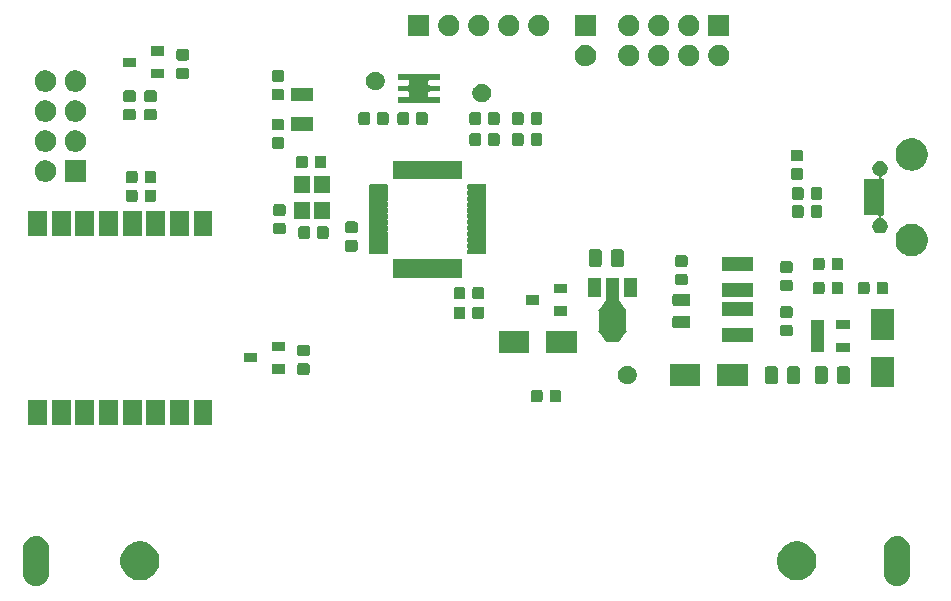
<source format=gbr>
G04 #@! TF.GenerationSoftware,KiCad,Pcbnew,5.1.5-52549c5~86~ubuntu19.10.1*
G04 #@! TF.CreationDate,2020-07-12T21:09:55+02:00*
G04 #@! TF.ProjectId,Remote_TempHumid,52656d6f-7465-45f5-9465-6d7048756d69,rev?*
G04 #@! TF.SameCoordinates,Original*
G04 #@! TF.FileFunction,Soldermask,Top*
G04 #@! TF.FilePolarity,Negative*
%FSLAX46Y46*%
G04 Gerber Fmt 4.6, Leading zero omitted, Abs format (unit mm)*
G04 Created by KiCad (PCBNEW 5.1.5-52549c5~86~ubuntu19.10.1) date 2020-07-12 21:09:55*
%MOMM*%
%LPD*%
G04 APERTURE LIST*
%ADD10C,0.100000*%
G04 APERTURE END LIST*
D10*
G36*
X102804893Y-102796714D02*
G01*
X103009605Y-102858813D01*
X103198268Y-102959655D01*
X103249647Y-103001821D01*
X103363634Y-103095366D01*
X103457179Y-103209353D01*
X103499345Y-103260732D01*
X103600187Y-103449395D01*
X103662286Y-103654107D01*
X103678000Y-103813655D01*
X103678000Y-105990345D01*
X103662286Y-106149893D01*
X103600187Y-106354605D01*
X103499345Y-106543268D01*
X103457179Y-106594647D01*
X103363634Y-106708634D01*
X103276667Y-106780004D01*
X103198268Y-106844345D01*
X103009604Y-106945187D01*
X102804892Y-107007286D01*
X102592000Y-107028254D01*
X102379107Y-107007286D01*
X102174395Y-106945187D01*
X101985732Y-106844345D01*
X101934353Y-106802179D01*
X101820366Y-106708634D01*
X101748996Y-106621667D01*
X101684655Y-106543268D01*
X101583813Y-106354604D01*
X101521714Y-106149892D01*
X101506000Y-105990344D01*
X101506001Y-103813655D01*
X101521715Y-103654107D01*
X101583814Y-103449395D01*
X101684656Y-103260732D01*
X101726822Y-103209353D01*
X101820367Y-103095366D01*
X101934354Y-103001821D01*
X101985733Y-102959655D01*
X102174396Y-102858813D01*
X102379108Y-102796714D01*
X102592000Y-102775746D01*
X102804893Y-102796714D01*
G37*
G36*
X175704893Y-102796714D02*
G01*
X175909605Y-102858813D01*
X176098268Y-102959655D01*
X176149647Y-103001821D01*
X176263634Y-103095366D01*
X176357179Y-103209353D01*
X176399345Y-103260732D01*
X176500187Y-103449395D01*
X176562286Y-103654107D01*
X176578000Y-103813655D01*
X176578000Y-105990345D01*
X176562286Y-106149893D01*
X176500187Y-106354605D01*
X176399345Y-106543268D01*
X176357179Y-106594647D01*
X176263634Y-106708634D01*
X176176667Y-106780004D01*
X176098268Y-106844345D01*
X175909604Y-106945187D01*
X175704892Y-107007286D01*
X175492000Y-107028254D01*
X175279107Y-107007286D01*
X175074395Y-106945187D01*
X174885732Y-106844345D01*
X174834353Y-106802179D01*
X174720366Y-106708634D01*
X174648996Y-106621667D01*
X174584655Y-106543268D01*
X174483813Y-106354604D01*
X174421714Y-106149892D01*
X174406000Y-105990344D01*
X174406001Y-103813655D01*
X174421715Y-103654107D01*
X174483814Y-103449395D01*
X174584656Y-103260732D01*
X174626822Y-103209353D01*
X174720367Y-103095366D01*
X174834354Y-103001821D01*
X174885733Y-102959655D01*
X175074396Y-102858813D01*
X175279108Y-102796714D01*
X175492000Y-102775746D01*
X175704893Y-102796714D01*
G37*
G36*
X111757256Y-103293298D02*
G01*
X111863579Y-103314447D01*
X112164042Y-103438903D01*
X112434451Y-103619585D01*
X112664415Y-103849549D01*
X112845097Y-104119958D01*
X112969553Y-104420421D01*
X113033000Y-104739391D01*
X113033000Y-105064609D01*
X112969553Y-105383579D01*
X112845097Y-105684042D01*
X112664415Y-105954451D01*
X112434451Y-106184415D01*
X112164042Y-106365097D01*
X111863579Y-106489553D01*
X111757256Y-106510702D01*
X111544611Y-106553000D01*
X111219389Y-106553000D01*
X111006744Y-106510702D01*
X110900421Y-106489553D01*
X110599958Y-106365097D01*
X110329549Y-106184415D01*
X110099585Y-105954451D01*
X109918903Y-105684042D01*
X109794447Y-105383579D01*
X109731000Y-105064609D01*
X109731000Y-104739391D01*
X109794447Y-104420421D01*
X109918903Y-104119958D01*
X110099585Y-103849549D01*
X110329549Y-103619585D01*
X110599958Y-103438903D01*
X110900421Y-103314447D01*
X111006744Y-103293298D01*
X111219389Y-103251000D01*
X111544611Y-103251000D01*
X111757256Y-103293298D01*
G37*
G36*
X167372256Y-103293298D02*
G01*
X167478579Y-103314447D01*
X167779042Y-103438903D01*
X168049451Y-103619585D01*
X168279415Y-103849549D01*
X168460097Y-104119958D01*
X168584553Y-104420421D01*
X168648000Y-104739391D01*
X168648000Y-105064609D01*
X168584553Y-105383579D01*
X168460097Y-105684042D01*
X168279415Y-105954451D01*
X168049451Y-106184415D01*
X167779042Y-106365097D01*
X167478579Y-106489553D01*
X167372256Y-106510702D01*
X167159611Y-106553000D01*
X166834389Y-106553000D01*
X166621744Y-106510702D01*
X166515421Y-106489553D01*
X166214958Y-106365097D01*
X165944549Y-106184415D01*
X165714585Y-105954451D01*
X165533903Y-105684042D01*
X165409447Y-105383579D01*
X165346000Y-105064609D01*
X165346000Y-104739391D01*
X165409447Y-104420421D01*
X165533903Y-104119958D01*
X165714585Y-103849549D01*
X165944549Y-103619585D01*
X166214958Y-103438903D01*
X166515421Y-103314447D01*
X166621744Y-103293298D01*
X166834389Y-103251000D01*
X167159611Y-103251000D01*
X167372256Y-103293298D01*
G37*
G36*
X117529000Y-93379000D02*
G01*
X115927000Y-93379000D01*
X115927000Y-91277000D01*
X117529000Y-91277000D01*
X117529000Y-93379000D01*
G37*
G36*
X115529000Y-93379000D02*
G01*
X113927000Y-93379000D01*
X113927000Y-91277000D01*
X115529000Y-91277000D01*
X115529000Y-93379000D01*
G37*
G36*
X113529000Y-93379000D02*
G01*
X111927000Y-93379000D01*
X111927000Y-91277000D01*
X113529000Y-91277000D01*
X113529000Y-93379000D01*
G37*
G36*
X111529000Y-93379000D02*
G01*
X109927000Y-93379000D01*
X109927000Y-91277000D01*
X111529000Y-91277000D01*
X111529000Y-93379000D01*
G37*
G36*
X109529000Y-93379000D02*
G01*
X107927000Y-93379000D01*
X107927000Y-91277000D01*
X109529000Y-91277000D01*
X109529000Y-93379000D01*
G37*
G36*
X105529000Y-93379000D02*
G01*
X103927000Y-93379000D01*
X103927000Y-91277000D01*
X105529000Y-91277000D01*
X105529000Y-93379000D01*
G37*
G36*
X103529000Y-93379000D02*
G01*
X101927000Y-93379000D01*
X101927000Y-91277000D01*
X103529000Y-91277000D01*
X103529000Y-93379000D01*
G37*
G36*
X107529000Y-93379000D02*
G01*
X105927000Y-93379000D01*
X105927000Y-91277000D01*
X107529000Y-91277000D01*
X107529000Y-93379000D01*
G37*
G36*
X146900091Y-90410085D02*
G01*
X146934069Y-90420393D01*
X146965390Y-90437134D01*
X146992839Y-90459661D01*
X147015366Y-90487110D01*
X147032107Y-90518431D01*
X147042415Y-90552409D01*
X147046500Y-90593890D01*
X147046500Y-91270110D01*
X147042415Y-91311591D01*
X147032107Y-91345569D01*
X147015366Y-91376890D01*
X146992839Y-91404339D01*
X146965390Y-91426866D01*
X146934069Y-91443607D01*
X146900091Y-91453915D01*
X146858610Y-91458000D01*
X146257390Y-91458000D01*
X146215909Y-91453915D01*
X146181931Y-91443607D01*
X146150610Y-91426866D01*
X146123161Y-91404339D01*
X146100634Y-91376890D01*
X146083893Y-91345569D01*
X146073585Y-91311591D01*
X146069500Y-91270110D01*
X146069500Y-90593890D01*
X146073585Y-90552409D01*
X146083893Y-90518431D01*
X146100634Y-90487110D01*
X146123161Y-90459661D01*
X146150610Y-90437134D01*
X146181931Y-90420393D01*
X146215909Y-90410085D01*
X146257390Y-90406000D01*
X146858610Y-90406000D01*
X146900091Y-90410085D01*
G37*
G36*
X145325091Y-90410085D02*
G01*
X145359069Y-90420393D01*
X145390390Y-90437134D01*
X145417839Y-90459661D01*
X145440366Y-90487110D01*
X145457107Y-90518431D01*
X145467415Y-90552409D01*
X145471500Y-90593890D01*
X145471500Y-91270110D01*
X145467415Y-91311591D01*
X145457107Y-91345569D01*
X145440366Y-91376890D01*
X145417839Y-91404339D01*
X145390390Y-91426866D01*
X145359069Y-91443607D01*
X145325091Y-91453915D01*
X145283610Y-91458000D01*
X144682390Y-91458000D01*
X144640909Y-91453915D01*
X144606931Y-91443607D01*
X144575610Y-91426866D01*
X144548161Y-91404339D01*
X144525634Y-91376890D01*
X144508893Y-91345569D01*
X144498585Y-91311591D01*
X144494500Y-91270110D01*
X144494500Y-90593890D01*
X144498585Y-90552409D01*
X144508893Y-90518431D01*
X144525634Y-90487110D01*
X144548161Y-90459661D01*
X144575610Y-90437134D01*
X144606931Y-90420393D01*
X144640909Y-90410085D01*
X144682390Y-90406000D01*
X145283610Y-90406000D01*
X145325091Y-90410085D01*
G37*
G36*
X175195000Y-90201000D02*
G01*
X173293000Y-90201000D01*
X173293000Y-87599000D01*
X175195000Y-87599000D01*
X175195000Y-90201000D01*
G37*
G36*
X158845000Y-90105000D02*
G01*
X156243000Y-90105000D01*
X156243000Y-88203000D01*
X158845000Y-88203000D01*
X158845000Y-90105000D01*
G37*
G36*
X162845000Y-90105000D02*
G01*
X160243000Y-90105000D01*
X160243000Y-88203000D01*
X162845000Y-88203000D01*
X162845000Y-90105000D01*
G37*
G36*
X152887642Y-88383781D02*
G01*
X153033414Y-88444162D01*
X153033416Y-88444163D01*
X153164608Y-88531822D01*
X153276178Y-88643392D01*
X153295460Y-88672250D01*
X153363838Y-88774586D01*
X153424219Y-88920358D01*
X153455000Y-89075107D01*
X153455000Y-89232893D01*
X153424219Y-89387642D01*
X153363838Y-89533414D01*
X153363837Y-89533416D01*
X153276178Y-89664608D01*
X153164608Y-89776178D01*
X153033416Y-89863837D01*
X153033415Y-89863838D01*
X153033414Y-89863838D01*
X152887642Y-89924219D01*
X152732893Y-89955000D01*
X152575107Y-89955000D01*
X152420358Y-89924219D01*
X152274586Y-89863838D01*
X152274585Y-89863838D01*
X152274584Y-89863837D01*
X152143392Y-89776178D01*
X152031822Y-89664608D01*
X151944163Y-89533416D01*
X151944162Y-89533414D01*
X151883781Y-89387642D01*
X151853000Y-89232893D01*
X151853000Y-89075107D01*
X151883781Y-88920358D01*
X151944162Y-88774586D01*
X152012540Y-88672250D01*
X152031822Y-88643392D01*
X152143392Y-88531822D01*
X152274584Y-88444163D01*
X152274586Y-88444162D01*
X152420358Y-88383781D01*
X152575107Y-88353000D01*
X152732893Y-88353000D01*
X152887642Y-88383781D01*
G37*
G36*
X171313968Y-88407565D02*
G01*
X171352638Y-88419296D01*
X171388277Y-88438346D01*
X171419517Y-88463983D01*
X171445154Y-88495223D01*
X171464204Y-88530862D01*
X171475935Y-88569532D01*
X171480500Y-88615888D01*
X171480500Y-89692112D01*
X171475935Y-89738468D01*
X171464204Y-89777138D01*
X171445154Y-89812777D01*
X171419517Y-89844017D01*
X171388277Y-89869654D01*
X171352638Y-89888704D01*
X171313968Y-89900435D01*
X171267612Y-89905000D01*
X170616388Y-89905000D01*
X170570032Y-89900435D01*
X170531362Y-89888704D01*
X170495723Y-89869654D01*
X170464483Y-89844017D01*
X170438846Y-89812777D01*
X170419796Y-89777138D01*
X170408065Y-89738468D01*
X170403500Y-89692112D01*
X170403500Y-88615888D01*
X170408065Y-88569532D01*
X170419796Y-88530862D01*
X170438846Y-88495223D01*
X170464483Y-88463983D01*
X170495723Y-88438346D01*
X170531362Y-88419296D01*
X170570032Y-88407565D01*
X170616388Y-88403000D01*
X171267612Y-88403000D01*
X171313968Y-88407565D01*
G37*
G36*
X169438968Y-88407565D02*
G01*
X169477638Y-88419296D01*
X169513277Y-88438346D01*
X169544517Y-88463983D01*
X169570154Y-88495223D01*
X169589204Y-88530862D01*
X169600935Y-88569532D01*
X169605500Y-88615888D01*
X169605500Y-89692112D01*
X169600935Y-89738468D01*
X169589204Y-89777138D01*
X169570154Y-89812777D01*
X169544517Y-89844017D01*
X169513277Y-89869654D01*
X169477638Y-89888704D01*
X169438968Y-89900435D01*
X169392612Y-89905000D01*
X168741388Y-89905000D01*
X168695032Y-89900435D01*
X168656362Y-89888704D01*
X168620723Y-89869654D01*
X168589483Y-89844017D01*
X168563846Y-89812777D01*
X168544796Y-89777138D01*
X168533065Y-89738468D01*
X168528500Y-89692112D01*
X168528500Y-88615888D01*
X168533065Y-88569532D01*
X168544796Y-88530862D01*
X168563846Y-88495223D01*
X168589483Y-88463983D01*
X168620723Y-88438346D01*
X168656362Y-88419296D01*
X168695032Y-88407565D01*
X168741388Y-88403000D01*
X169392612Y-88403000D01*
X169438968Y-88407565D01*
G37*
G36*
X167092968Y-88407565D02*
G01*
X167131638Y-88419296D01*
X167167277Y-88438346D01*
X167198517Y-88463983D01*
X167224154Y-88495223D01*
X167243204Y-88530862D01*
X167254935Y-88569532D01*
X167259500Y-88615888D01*
X167259500Y-89692112D01*
X167254935Y-89738468D01*
X167243204Y-89777138D01*
X167224154Y-89812777D01*
X167198517Y-89844017D01*
X167167277Y-89869654D01*
X167131638Y-89888704D01*
X167092968Y-89900435D01*
X167046612Y-89905000D01*
X166395388Y-89905000D01*
X166349032Y-89900435D01*
X166310362Y-89888704D01*
X166274723Y-89869654D01*
X166243483Y-89844017D01*
X166217846Y-89812777D01*
X166198796Y-89777138D01*
X166187065Y-89738468D01*
X166182500Y-89692112D01*
X166182500Y-88615888D01*
X166187065Y-88569532D01*
X166198796Y-88530862D01*
X166217846Y-88495223D01*
X166243483Y-88463983D01*
X166274723Y-88438346D01*
X166310362Y-88419296D01*
X166349032Y-88407565D01*
X166395388Y-88403000D01*
X167046612Y-88403000D01*
X167092968Y-88407565D01*
G37*
G36*
X165217968Y-88407565D02*
G01*
X165256638Y-88419296D01*
X165292277Y-88438346D01*
X165323517Y-88463983D01*
X165349154Y-88495223D01*
X165368204Y-88530862D01*
X165379935Y-88569532D01*
X165384500Y-88615888D01*
X165384500Y-89692112D01*
X165379935Y-89738468D01*
X165368204Y-89777138D01*
X165349154Y-89812777D01*
X165323517Y-89844017D01*
X165292277Y-89869654D01*
X165256638Y-89888704D01*
X165217968Y-89900435D01*
X165171612Y-89905000D01*
X164520388Y-89905000D01*
X164474032Y-89900435D01*
X164435362Y-89888704D01*
X164399723Y-89869654D01*
X164368483Y-89844017D01*
X164342846Y-89812777D01*
X164323796Y-89777138D01*
X164312065Y-89738468D01*
X164307500Y-89692112D01*
X164307500Y-88615888D01*
X164312065Y-88569532D01*
X164323796Y-88530862D01*
X164342846Y-88495223D01*
X164368483Y-88463983D01*
X164399723Y-88438346D01*
X164435362Y-88419296D01*
X164474032Y-88407565D01*
X164520388Y-88403000D01*
X165171612Y-88403000D01*
X165217968Y-88407565D01*
G37*
G36*
X125601591Y-88161585D02*
G01*
X125635569Y-88171893D01*
X125666890Y-88188634D01*
X125694339Y-88211161D01*
X125716866Y-88238610D01*
X125733607Y-88269931D01*
X125743915Y-88303909D01*
X125748000Y-88345390D01*
X125748000Y-88946610D01*
X125743915Y-88988091D01*
X125733607Y-89022069D01*
X125716866Y-89053390D01*
X125694339Y-89080839D01*
X125666890Y-89103366D01*
X125635569Y-89120107D01*
X125601591Y-89130415D01*
X125560110Y-89134500D01*
X124883890Y-89134500D01*
X124842409Y-89130415D01*
X124808431Y-89120107D01*
X124777110Y-89103366D01*
X124749661Y-89080839D01*
X124727134Y-89053390D01*
X124710393Y-89022069D01*
X124700085Y-88988091D01*
X124696000Y-88946610D01*
X124696000Y-88345390D01*
X124700085Y-88303909D01*
X124710393Y-88269931D01*
X124727134Y-88238610D01*
X124749661Y-88211161D01*
X124777110Y-88188634D01*
X124808431Y-88171893D01*
X124842409Y-88161585D01*
X124883890Y-88157500D01*
X125560110Y-88157500D01*
X125601591Y-88161585D01*
G37*
G36*
X123671000Y-89047000D02*
G01*
X122569000Y-89047000D01*
X122569000Y-88245000D01*
X123671000Y-88245000D01*
X123671000Y-89047000D01*
G37*
G36*
X121271000Y-88097000D02*
G01*
X120169000Y-88097000D01*
X120169000Y-87295000D01*
X121271000Y-87295000D01*
X121271000Y-88097000D01*
G37*
G36*
X125601591Y-86586585D02*
G01*
X125635569Y-86596893D01*
X125666890Y-86613634D01*
X125694339Y-86636161D01*
X125716866Y-86663610D01*
X125733607Y-86694931D01*
X125743915Y-86728909D01*
X125748000Y-86770390D01*
X125748000Y-87371610D01*
X125743915Y-87413091D01*
X125733607Y-87447069D01*
X125716866Y-87478390D01*
X125694339Y-87505839D01*
X125666890Y-87528366D01*
X125635569Y-87545107D01*
X125601591Y-87555415D01*
X125560110Y-87559500D01*
X124883890Y-87559500D01*
X124842409Y-87555415D01*
X124808431Y-87545107D01*
X124777110Y-87528366D01*
X124749661Y-87505839D01*
X124727134Y-87478390D01*
X124710393Y-87447069D01*
X124700085Y-87413091D01*
X124696000Y-87371610D01*
X124696000Y-86770390D01*
X124700085Y-86728909D01*
X124710393Y-86694931D01*
X124727134Y-86663610D01*
X124749661Y-86636161D01*
X124777110Y-86613634D01*
X124808431Y-86596893D01*
X124842409Y-86586585D01*
X124883890Y-86582500D01*
X125560110Y-86582500D01*
X125601591Y-86586585D01*
G37*
G36*
X148367000Y-87311000D02*
G01*
X145765000Y-87311000D01*
X145765000Y-85409000D01*
X148367000Y-85409000D01*
X148367000Y-87311000D01*
G37*
G36*
X144367000Y-87311000D02*
G01*
X141765000Y-87311000D01*
X141765000Y-85409000D01*
X144367000Y-85409000D01*
X144367000Y-87311000D01*
G37*
G36*
X169323000Y-87178000D02*
G01*
X168161000Y-87178000D01*
X168161000Y-84526000D01*
X169323000Y-84526000D01*
X169323000Y-87178000D01*
G37*
G36*
X171523000Y-87178000D02*
G01*
X170361000Y-87178000D01*
X170361000Y-86426000D01*
X171523000Y-86426000D01*
X171523000Y-87178000D01*
G37*
G36*
X123671000Y-87147000D02*
G01*
X122569000Y-87147000D01*
X122569000Y-86345000D01*
X123671000Y-86345000D01*
X123671000Y-87147000D01*
G37*
G36*
X151935000Y-82759678D02*
G01*
X151937402Y-82784064D01*
X151944515Y-82807513D01*
X151957596Y-82831360D01*
X152466022Y-83557683D01*
X152481974Y-83576284D01*
X152501248Y-83591415D01*
X152523104Y-83602495D01*
X152535000Y-83605824D01*
X152535000Y-83616822D01*
X152537402Y-83641208D01*
X152544515Y-83664657D01*
X152557596Y-83688504D01*
X152581953Y-83723300D01*
X152595026Y-83741975D01*
X152590553Y-83744366D01*
X152571611Y-83759911D01*
X152556066Y-83778853D01*
X152544515Y-83800464D01*
X152537402Y-83823913D01*
X152535000Y-83848299D01*
X152535000Y-85314501D01*
X152537402Y-85338887D01*
X152544515Y-85362336D01*
X152556066Y-85383947D01*
X152571611Y-85402889D01*
X152590553Y-85418434D01*
X152595450Y-85421051D01*
X152557879Y-85474276D01*
X152545778Y-85495584D01*
X152538067Y-85518843D01*
X152535000Y-85546361D01*
X152535000Y-85557735D01*
X152519243Y-85562515D01*
X152497632Y-85574066D01*
X152478690Y-85589611D01*
X152464958Y-85605914D01*
X151910426Y-86391500D01*
X150857574Y-86391500D01*
X150303042Y-85605914D01*
X150287017Y-85587377D01*
X150267683Y-85572322D01*
X150245784Y-85561328D01*
X150233000Y-85557805D01*
X150233000Y-85546361D01*
X150230598Y-85521975D01*
X150223485Y-85498526D01*
X150210121Y-85474276D01*
X150172550Y-85421051D01*
X150177447Y-85418434D01*
X150196389Y-85402889D01*
X150211934Y-85383947D01*
X150223485Y-85362336D01*
X150230598Y-85338887D01*
X150233000Y-85314501D01*
X150233000Y-83848299D01*
X150230598Y-83823913D01*
X150223485Y-83800464D01*
X150211934Y-83778853D01*
X150196389Y-83759911D01*
X150177447Y-83744366D01*
X150172974Y-83741975D01*
X150210404Y-83688504D01*
X150222421Y-83667149D01*
X150230041Y-83643860D01*
X150233000Y-83616822D01*
X150233000Y-83605856D01*
X150247410Y-83601485D01*
X150269021Y-83589934D01*
X150287963Y-83574389D01*
X150301978Y-83557683D01*
X150810404Y-82831360D01*
X150822421Y-82810005D01*
X150830041Y-82786716D01*
X150833000Y-82759678D01*
X150833000Y-80964000D01*
X151935000Y-80964000D01*
X151935000Y-82759678D01*
G37*
G36*
X163317000Y-86347000D02*
G01*
X160665000Y-86347000D01*
X160665000Y-85185000D01*
X163317000Y-85185000D01*
X163317000Y-86347000D01*
G37*
G36*
X175195000Y-86201000D02*
G01*
X173293000Y-86201000D01*
X173293000Y-83599000D01*
X175195000Y-83599000D01*
X175195000Y-86201000D01*
G37*
G36*
X166495591Y-84910585D02*
G01*
X166529569Y-84920893D01*
X166560890Y-84937634D01*
X166588339Y-84960161D01*
X166610866Y-84987610D01*
X166627607Y-85018931D01*
X166637915Y-85052909D01*
X166642000Y-85094390D01*
X166642000Y-85695610D01*
X166637915Y-85737091D01*
X166627607Y-85771069D01*
X166610866Y-85802390D01*
X166588339Y-85829839D01*
X166560890Y-85852366D01*
X166529569Y-85869107D01*
X166495591Y-85879415D01*
X166454110Y-85883500D01*
X165777890Y-85883500D01*
X165736409Y-85879415D01*
X165702431Y-85869107D01*
X165671110Y-85852366D01*
X165643661Y-85829839D01*
X165621134Y-85802390D01*
X165604393Y-85771069D01*
X165594085Y-85737091D01*
X165590000Y-85695610D01*
X165590000Y-85094390D01*
X165594085Y-85052909D01*
X165604393Y-85018931D01*
X165621134Y-84987610D01*
X165643661Y-84960161D01*
X165671110Y-84937634D01*
X165702431Y-84920893D01*
X165736409Y-84910585D01*
X165777890Y-84906500D01*
X166454110Y-84906500D01*
X166495591Y-84910585D01*
G37*
G36*
X171523000Y-85278000D02*
G01*
X170361000Y-85278000D01*
X170361000Y-84526000D01*
X171523000Y-84526000D01*
X171523000Y-85278000D01*
G37*
G36*
X157810468Y-84145065D02*
G01*
X157849138Y-84156796D01*
X157884777Y-84175846D01*
X157916017Y-84201483D01*
X157941654Y-84232723D01*
X157960704Y-84268362D01*
X157972435Y-84307032D01*
X157977000Y-84353388D01*
X157977000Y-85004612D01*
X157972435Y-85050968D01*
X157960704Y-85089638D01*
X157941654Y-85125277D01*
X157916017Y-85156517D01*
X157884777Y-85182154D01*
X157849138Y-85201204D01*
X157810468Y-85212935D01*
X157764112Y-85217500D01*
X156687888Y-85217500D01*
X156641532Y-85212935D01*
X156602862Y-85201204D01*
X156567223Y-85182154D01*
X156535983Y-85156517D01*
X156510346Y-85125277D01*
X156491296Y-85089638D01*
X156479565Y-85050968D01*
X156475000Y-85004612D01*
X156475000Y-84353388D01*
X156479565Y-84307032D01*
X156491296Y-84268362D01*
X156510346Y-84232723D01*
X156535983Y-84201483D01*
X156567223Y-84175846D01*
X156602862Y-84156796D01*
X156641532Y-84145065D01*
X156687888Y-84140500D01*
X157764112Y-84140500D01*
X157810468Y-84145065D01*
G37*
G36*
X138784591Y-83361585D02*
G01*
X138818569Y-83371893D01*
X138849890Y-83388634D01*
X138877339Y-83411161D01*
X138899866Y-83438610D01*
X138916607Y-83469931D01*
X138926915Y-83503909D01*
X138931000Y-83545390D01*
X138931000Y-84221610D01*
X138926915Y-84263091D01*
X138916607Y-84297069D01*
X138899866Y-84328390D01*
X138877339Y-84355839D01*
X138849890Y-84378366D01*
X138818569Y-84395107D01*
X138784591Y-84405415D01*
X138743110Y-84409500D01*
X138141890Y-84409500D01*
X138100409Y-84405415D01*
X138066431Y-84395107D01*
X138035110Y-84378366D01*
X138007661Y-84355839D01*
X137985134Y-84328390D01*
X137968393Y-84297069D01*
X137958085Y-84263091D01*
X137954000Y-84221610D01*
X137954000Y-83545390D01*
X137958085Y-83503909D01*
X137968393Y-83469931D01*
X137985134Y-83438610D01*
X138007661Y-83411161D01*
X138035110Y-83388634D01*
X138066431Y-83371893D01*
X138100409Y-83361585D01*
X138141890Y-83357500D01*
X138743110Y-83357500D01*
X138784591Y-83361585D01*
G37*
G36*
X140359591Y-83361585D02*
G01*
X140393569Y-83371893D01*
X140424890Y-83388634D01*
X140452339Y-83411161D01*
X140474866Y-83438610D01*
X140491607Y-83469931D01*
X140501915Y-83503909D01*
X140506000Y-83545390D01*
X140506000Y-84221610D01*
X140501915Y-84263091D01*
X140491607Y-84297069D01*
X140474866Y-84328390D01*
X140452339Y-84355839D01*
X140424890Y-84378366D01*
X140393569Y-84395107D01*
X140359591Y-84405415D01*
X140318110Y-84409500D01*
X139716890Y-84409500D01*
X139675409Y-84405415D01*
X139641431Y-84395107D01*
X139610110Y-84378366D01*
X139582661Y-84355839D01*
X139560134Y-84328390D01*
X139543393Y-84297069D01*
X139533085Y-84263091D01*
X139529000Y-84221610D01*
X139529000Y-83545390D01*
X139533085Y-83503909D01*
X139543393Y-83469931D01*
X139560134Y-83438610D01*
X139582661Y-83411161D01*
X139610110Y-83388634D01*
X139641431Y-83371893D01*
X139675409Y-83361585D01*
X139716890Y-83357500D01*
X140318110Y-83357500D01*
X140359591Y-83361585D01*
G37*
G36*
X166495591Y-83335585D02*
G01*
X166529569Y-83345893D01*
X166560890Y-83362634D01*
X166588339Y-83385161D01*
X166610866Y-83412610D01*
X166627607Y-83443931D01*
X166637915Y-83477909D01*
X166642000Y-83519390D01*
X166642000Y-84120610D01*
X166637915Y-84162091D01*
X166627607Y-84196069D01*
X166610866Y-84227390D01*
X166588339Y-84254839D01*
X166560890Y-84277366D01*
X166529569Y-84294107D01*
X166495591Y-84304415D01*
X166454110Y-84308500D01*
X165777890Y-84308500D01*
X165736409Y-84304415D01*
X165702431Y-84294107D01*
X165671110Y-84277366D01*
X165643661Y-84254839D01*
X165621134Y-84227390D01*
X165604393Y-84196069D01*
X165594085Y-84162091D01*
X165590000Y-84120610D01*
X165590000Y-83519390D01*
X165594085Y-83477909D01*
X165604393Y-83443931D01*
X165621134Y-83412610D01*
X165643661Y-83385161D01*
X165671110Y-83362634D01*
X165702431Y-83345893D01*
X165736409Y-83335585D01*
X165777890Y-83331500D01*
X166454110Y-83331500D01*
X166495591Y-83335585D01*
G37*
G36*
X147547000Y-84155000D02*
G01*
X146445000Y-84155000D01*
X146445000Y-83353000D01*
X147547000Y-83353000D01*
X147547000Y-84155000D01*
G37*
G36*
X163317000Y-84147000D02*
G01*
X160665000Y-84147000D01*
X160665000Y-82985000D01*
X163317000Y-82985000D01*
X163317000Y-84147000D01*
G37*
G36*
X157810468Y-82270065D02*
G01*
X157849138Y-82281796D01*
X157884777Y-82300846D01*
X157916017Y-82326483D01*
X157941654Y-82357723D01*
X157960704Y-82393362D01*
X157972435Y-82432032D01*
X157977000Y-82478388D01*
X157977000Y-83129612D01*
X157972435Y-83175968D01*
X157960704Y-83214638D01*
X157941654Y-83250277D01*
X157916017Y-83281517D01*
X157884777Y-83307154D01*
X157849138Y-83326204D01*
X157810468Y-83337935D01*
X157764112Y-83342500D01*
X156687888Y-83342500D01*
X156641532Y-83337935D01*
X156602862Y-83326204D01*
X156567223Y-83307154D01*
X156535983Y-83281517D01*
X156510346Y-83250277D01*
X156491296Y-83214638D01*
X156479565Y-83175968D01*
X156475000Y-83129612D01*
X156475000Y-82478388D01*
X156479565Y-82432032D01*
X156491296Y-82393362D01*
X156510346Y-82357723D01*
X156535983Y-82326483D01*
X156567223Y-82300846D01*
X156602862Y-82281796D01*
X156641532Y-82270065D01*
X156687888Y-82265500D01*
X157764112Y-82265500D01*
X157810468Y-82270065D01*
G37*
G36*
X145147000Y-83205000D02*
G01*
X144045000Y-83205000D01*
X144045000Y-82403000D01*
X145147000Y-82403000D01*
X145147000Y-83205000D01*
G37*
G36*
X138784591Y-81710585D02*
G01*
X138818569Y-81720893D01*
X138849890Y-81737634D01*
X138877339Y-81760161D01*
X138899866Y-81787610D01*
X138916607Y-81818931D01*
X138926915Y-81852909D01*
X138931000Y-81894390D01*
X138931000Y-82570610D01*
X138926915Y-82612091D01*
X138916607Y-82646069D01*
X138899866Y-82677390D01*
X138877339Y-82704839D01*
X138849890Y-82727366D01*
X138818569Y-82744107D01*
X138784591Y-82754415D01*
X138743110Y-82758500D01*
X138141890Y-82758500D01*
X138100409Y-82754415D01*
X138066431Y-82744107D01*
X138035110Y-82727366D01*
X138007661Y-82704839D01*
X137985134Y-82677390D01*
X137968393Y-82646069D01*
X137958085Y-82612091D01*
X137954000Y-82570610D01*
X137954000Y-81894390D01*
X137958085Y-81852909D01*
X137968393Y-81818931D01*
X137985134Y-81787610D01*
X138007661Y-81760161D01*
X138035110Y-81737634D01*
X138066431Y-81720893D01*
X138100409Y-81710585D01*
X138141890Y-81706500D01*
X138743110Y-81706500D01*
X138784591Y-81710585D01*
G37*
G36*
X140359591Y-81710585D02*
G01*
X140393569Y-81720893D01*
X140424890Y-81737634D01*
X140452339Y-81760161D01*
X140474866Y-81787610D01*
X140491607Y-81818931D01*
X140501915Y-81852909D01*
X140506000Y-81894390D01*
X140506000Y-82570610D01*
X140501915Y-82612091D01*
X140491607Y-82646069D01*
X140474866Y-82677390D01*
X140452339Y-82704839D01*
X140424890Y-82727366D01*
X140393569Y-82744107D01*
X140359591Y-82754415D01*
X140318110Y-82758500D01*
X139716890Y-82758500D01*
X139675409Y-82754415D01*
X139641431Y-82744107D01*
X139610110Y-82727366D01*
X139582661Y-82704839D01*
X139560134Y-82677390D01*
X139543393Y-82646069D01*
X139533085Y-82612091D01*
X139529000Y-82570610D01*
X139529000Y-81894390D01*
X139533085Y-81852909D01*
X139543393Y-81818931D01*
X139560134Y-81787610D01*
X139582661Y-81760161D01*
X139610110Y-81737634D01*
X139641431Y-81720893D01*
X139675409Y-81710585D01*
X139716890Y-81706500D01*
X140318110Y-81706500D01*
X140359591Y-81710585D01*
G37*
G36*
X150435000Y-82569500D02*
G01*
X149333000Y-82569500D01*
X149333000Y-80967500D01*
X150435000Y-80967500D01*
X150435000Y-82569500D01*
G37*
G36*
X153435000Y-82569500D02*
G01*
X152333000Y-82569500D01*
X152333000Y-80967500D01*
X153435000Y-80967500D01*
X153435000Y-82569500D01*
G37*
G36*
X163317000Y-82537000D02*
G01*
X160665000Y-82537000D01*
X160665000Y-81375000D01*
X163317000Y-81375000D01*
X163317000Y-82537000D01*
G37*
G36*
X169201091Y-81266085D02*
G01*
X169235069Y-81276393D01*
X169266390Y-81293134D01*
X169293839Y-81315661D01*
X169316366Y-81343110D01*
X169333107Y-81374431D01*
X169343415Y-81408409D01*
X169347500Y-81449890D01*
X169347500Y-82126110D01*
X169343415Y-82167591D01*
X169333107Y-82201569D01*
X169316366Y-82232890D01*
X169293839Y-82260339D01*
X169266390Y-82282866D01*
X169235069Y-82299607D01*
X169201091Y-82309915D01*
X169159610Y-82314000D01*
X168558390Y-82314000D01*
X168516909Y-82309915D01*
X168482931Y-82299607D01*
X168451610Y-82282866D01*
X168424161Y-82260339D01*
X168401634Y-82232890D01*
X168384893Y-82201569D01*
X168374585Y-82167591D01*
X168370500Y-82126110D01*
X168370500Y-81449890D01*
X168374585Y-81408409D01*
X168384893Y-81374431D01*
X168401634Y-81343110D01*
X168424161Y-81315661D01*
X168451610Y-81293134D01*
X168482931Y-81276393D01*
X168516909Y-81266085D01*
X168558390Y-81262000D01*
X169159610Y-81262000D01*
X169201091Y-81266085D01*
G37*
G36*
X173011091Y-81266085D02*
G01*
X173045069Y-81276393D01*
X173076390Y-81293134D01*
X173103839Y-81315661D01*
X173126366Y-81343110D01*
X173143107Y-81374431D01*
X173153415Y-81408409D01*
X173157500Y-81449890D01*
X173157500Y-82126110D01*
X173153415Y-82167591D01*
X173143107Y-82201569D01*
X173126366Y-82232890D01*
X173103839Y-82260339D01*
X173076390Y-82282866D01*
X173045069Y-82299607D01*
X173011091Y-82309915D01*
X172969610Y-82314000D01*
X172368390Y-82314000D01*
X172326909Y-82309915D01*
X172292931Y-82299607D01*
X172261610Y-82282866D01*
X172234161Y-82260339D01*
X172211634Y-82232890D01*
X172194893Y-82201569D01*
X172184585Y-82167591D01*
X172180500Y-82126110D01*
X172180500Y-81449890D01*
X172184585Y-81408409D01*
X172194893Y-81374431D01*
X172211634Y-81343110D01*
X172234161Y-81315661D01*
X172261610Y-81293134D01*
X172292931Y-81276393D01*
X172326909Y-81266085D01*
X172368390Y-81262000D01*
X172969610Y-81262000D01*
X173011091Y-81266085D01*
G37*
G36*
X174586091Y-81266085D02*
G01*
X174620069Y-81276393D01*
X174651390Y-81293134D01*
X174678839Y-81315661D01*
X174701366Y-81343110D01*
X174718107Y-81374431D01*
X174728415Y-81408409D01*
X174732500Y-81449890D01*
X174732500Y-82126110D01*
X174728415Y-82167591D01*
X174718107Y-82201569D01*
X174701366Y-82232890D01*
X174678839Y-82260339D01*
X174651390Y-82282866D01*
X174620069Y-82299607D01*
X174586091Y-82309915D01*
X174544610Y-82314000D01*
X173943390Y-82314000D01*
X173901909Y-82309915D01*
X173867931Y-82299607D01*
X173836610Y-82282866D01*
X173809161Y-82260339D01*
X173786634Y-82232890D01*
X173769893Y-82201569D01*
X173759585Y-82167591D01*
X173755500Y-82126110D01*
X173755500Y-81449890D01*
X173759585Y-81408409D01*
X173769893Y-81374431D01*
X173786634Y-81343110D01*
X173809161Y-81315661D01*
X173836610Y-81293134D01*
X173867931Y-81276393D01*
X173901909Y-81266085D01*
X173943390Y-81262000D01*
X174544610Y-81262000D01*
X174586091Y-81266085D01*
G37*
G36*
X170776091Y-81266085D02*
G01*
X170810069Y-81276393D01*
X170841390Y-81293134D01*
X170868839Y-81315661D01*
X170891366Y-81343110D01*
X170908107Y-81374431D01*
X170918415Y-81408409D01*
X170922500Y-81449890D01*
X170922500Y-82126110D01*
X170918415Y-82167591D01*
X170908107Y-82201569D01*
X170891366Y-82232890D01*
X170868839Y-82260339D01*
X170841390Y-82282866D01*
X170810069Y-82299607D01*
X170776091Y-82309915D01*
X170734610Y-82314000D01*
X170133390Y-82314000D01*
X170091909Y-82309915D01*
X170057931Y-82299607D01*
X170026610Y-82282866D01*
X169999161Y-82260339D01*
X169976634Y-82232890D01*
X169959893Y-82201569D01*
X169949585Y-82167591D01*
X169945500Y-82126110D01*
X169945500Y-81449890D01*
X169949585Y-81408409D01*
X169959893Y-81374431D01*
X169976634Y-81343110D01*
X169999161Y-81315661D01*
X170026610Y-81293134D01*
X170057931Y-81276393D01*
X170091909Y-81266085D01*
X170133390Y-81262000D01*
X170734610Y-81262000D01*
X170776091Y-81266085D01*
G37*
G36*
X147547000Y-82255000D02*
G01*
X146445000Y-82255000D01*
X146445000Y-81453000D01*
X147547000Y-81453000D01*
X147547000Y-82255000D01*
G37*
G36*
X166495591Y-81100585D02*
G01*
X166529569Y-81110893D01*
X166560890Y-81127634D01*
X166588339Y-81150161D01*
X166610866Y-81177610D01*
X166627607Y-81208931D01*
X166637915Y-81242909D01*
X166642000Y-81284390D01*
X166642000Y-81885610D01*
X166637915Y-81927091D01*
X166627607Y-81961069D01*
X166610866Y-81992390D01*
X166588339Y-82019839D01*
X166560890Y-82042366D01*
X166529569Y-82059107D01*
X166495591Y-82069415D01*
X166454110Y-82073500D01*
X165777890Y-82073500D01*
X165736409Y-82069415D01*
X165702431Y-82059107D01*
X165671110Y-82042366D01*
X165643661Y-82019839D01*
X165621134Y-81992390D01*
X165604393Y-81961069D01*
X165594085Y-81927091D01*
X165590000Y-81885610D01*
X165590000Y-81284390D01*
X165594085Y-81242909D01*
X165604393Y-81208931D01*
X165621134Y-81177610D01*
X165643661Y-81150161D01*
X165671110Y-81127634D01*
X165702431Y-81110893D01*
X165736409Y-81100585D01*
X165777890Y-81096500D01*
X166454110Y-81096500D01*
X166495591Y-81100585D01*
G37*
G36*
X157605591Y-80592585D02*
G01*
X157639569Y-80602893D01*
X157670890Y-80619634D01*
X157698339Y-80642161D01*
X157720866Y-80669610D01*
X157737607Y-80700931D01*
X157747915Y-80734909D01*
X157752000Y-80776390D01*
X157752000Y-81377610D01*
X157747915Y-81419091D01*
X157737607Y-81453069D01*
X157720866Y-81484390D01*
X157698339Y-81511839D01*
X157670890Y-81534366D01*
X157639569Y-81551107D01*
X157605591Y-81561415D01*
X157564110Y-81565500D01*
X156887890Y-81565500D01*
X156846409Y-81561415D01*
X156812431Y-81551107D01*
X156781110Y-81534366D01*
X156753661Y-81511839D01*
X156731134Y-81484390D01*
X156714393Y-81453069D01*
X156704085Y-81419091D01*
X156700000Y-81377610D01*
X156700000Y-80776390D01*
X156704085Y-80734909D01*
X156714393Y-80700931D01*
X156731134Y-80669610D01*
X156753661Y-80642161D01*
X156781110Y-80619634D01*
X156812431Y-80602893D01*
X156846409Y-80592585D01*
X156887890Y-80588500D01*
X157564110Y-80588500D01*
X157605591Y-80592585D01*
G37*
G36*
X133163295Y-79349823D02*
G01*
X133170309Y-79351951D01*
X133184077Y-79359310D01*
X133206716Y-79368687D01*
X133230749Y-79373467D01*
X133255253Y-79373467D01*
X133279286Y-79368686D01*
X133301923Y-79359310D01*
X133315691Y-79351951D01*
X133322705Y-79349823D01*
X133336140Y-79348500D01*
X133649860Y-79348500D01*
X133663295Y-79349823D01*
X133670309Y-79351951D01*
X133684077Y-79359310D01*
X133706716Y-79368687D01*
X133730749Y-79373467D01*
X133755253Y-79373467D01*
X133779286Y-79368686D01*
X133801923Y-79359310D01*
X133815691Y-79351951D01*
X133822705Y-79349823D01*
X133836140Y-79348500D01*
X134149860Y-79348500D01*
X134163295Y-79349823D01*
X134170309Y-79351951D01*
X134184077Y-79359310D01*
X134206716Y-79368687D01*
X134230749Y-79373467D01*
X134255253Y-79373467D01*
X134279286Y-79368686D01*
X134301923Y-79359310D01*
X134315691Y-79351951D01*
X134322705Y-79349823D01*
X134336140Y-79348500D01*
X134649860Y-79348500D01*
X134663295Y-79349823D01*
X134670309Y-79351951D01*
X134684077Y-79359310D01*
X134706716Y-79368687D01*
X134730749Y-79373467D01*
X134755253Y-79373467D01*
X134779286Y-79368686D01*
X134801923Y-79359310D01*
X134815691Y-79351951D01*
X134822705Y-79349823D01*
X134836140Y-79348500D01*
X135149860Y-79348500D01*
X135163295Y-79349823D01*
X135170309Y-79351951D01*
X135184077Y-79359310D01*
X135206716Y-79368687D01*
X135230749Y-79373467D01*
X135255253Y-79373467D01*
X135279286Y-79368686D01*
X135301923Y-79359310D01*
X135315691Y-79351951D01*
X135322705Y-79349823D01*
X135336140Y-79348500D01*
X135649860Y-79348500D01*
X135663295Y-79349823D01*
X135670309Y-79351951D01*
X135684077Y-79359310D01*
X135706716Y-79368687D01*
X135730749Y-79373467D01*
X135755253Y-79373467D01*
X135779286Y-79368686D01*
X135801923Y-79359310D01*
X135815691Y-79351951D01*
X135822705Y-79349823D01*
X135836140Y-79348500D01*
X136149860Y-79348500D01*
X136163295Y-79349823D01*
X136170309Y-79351951D01*
X136184077Y-79359310D01*
X136206716Y-79368687D01*
X136230749Y-79373467D01*
X136255253Y-79373467D01*
X136279286Y-79368686D01*
X136301923Y-79359310D01*
X136315691Y-79351951D01*
X136322705Y-79349823D01*
X136336140Y-79348500D01*
X136649860Y-79348500D01*
X136663295Y-79349823D01*
X136670309Y-79351951D01*
X136684077Y-79359310D01*
X136706716Y-79368687D01*
X136730749Y-79373467D01*
X136755253Y-79373467D01*
X136779286Y-79368686D01*
X136801923Y-79359310D01*
X136815691Y-79351951D01*
X136822705Y-79349823D01*
X136836140Y-79348500D01*
X137149860Y-79348500D01*
X137163295Y-79349823D01*
X137170309Y-79351951D01*
X137184077Y-79359310D01*
X137206716Y-79368687D01*
X137230749Y-79373467D01*
X137255253Y-79373467D01*
X137279286Y-79368686D01*
X137301923Y-79359310D01*
X137315691Y-79351951D01*
X137322705Y-79349823D01*
X137336140Y-79348500D01*
X137649860Y-79348500D01*
X137663295Y-79349823D01*
X137670309Y-79351951D01*
X137684077Y-79359310D01*
X137706716Y-79368687D01*
X137730749Y-79373467D01*
X137755253Y-79373467D01*
X137779286Y-79368686D01*
X137801923Y-79359310D01*
X137815691Y-79351951D01*
X137822705Y-79349823D01*
X137836140Y-79348500D01*
X138149860Y-79348500D01*
X138163295Y-79349823D01*
X138170309Y-79351951D01*
X138184077Y-79359310D01*
X138206716Y-79368687D01*
X138230749Y-79373467D01*
X138255253Y-79373467D01*
X138279286Y-79368686D01*
X138301923Y-79359310D01*
X138315691Y-79351951D01*
X138322705Y-79349823D01*
X138336140Y-79348500D01*
X138649860Y-79348500D01*
X138663295Y-79349823D01*
X138670310Y-79351951D01*
X138676776Y-79355408D01*
X138682442Y-79360058D01*
X138687092Y-79365724D01*
X138690549Y-79372190D01*
X138692677Y-79379205D01*
X138694000Y-79392640D01*
X138694000Y-80881360D01*
X138692677Y-80894795D01*
X138690549Y-80901810D01*
X138687092Y-80908276D01*
X138682442Y-80913942D01*
X138676776Y-80918592D01*
X138670310Y-80922049D01*
X138663295Y-80924177D01*
X138649860Y-80925500D01*
X138336140Y-80925500D01*
X138322705Y-80924177D01*
X138315691Y-80922049D01*
X138301923Y-80914690D01*
X138279284Y-80905313D01*
X138255251Y-80900533D01*
X138230747Y-80900533D01*
X138206714Y-80905314D01*
X138184077Y-80914690D01*
X138170309Y-80922049D01*
X138163295Y-80924177D01*
X138149860Y-80925500D01*
X137836140Y-80925500D01*
X137822705Y-80924177D01*
X137815691Y-80922049D01*
X137801923Y-80914690D01*
X137779284Y-80905313D01*
X137755251Y-80900533D01*
X137730747Y-80900533D01*
X137706714Y-80905314D01*
X137684077Y-80914690D01*
X137670309Y-80922049D01*
X137663295Y-80924177D01*
X137649860Y-80925500D01*
X137336140Y-80925500D01*
X137322705Y-80924177D01*
X137315691Y-80922049D01*
X137301923Y-80914690D01*
X137279284Y-80905313D01*
X137255251Y-80900533D01*
X137230747Y-80900533D01*
X137206714Y-80905314D01*
X137184077Y-80914690D01*
X137170309Y-80922049D01*
X137163295Y-80924177D01*
X137149860Y-80925500D01*
X136836140Y-80925500D01*
X136822705Y-80924177D01*
X136815691Y-80922049D01*
X136801923Y-80914690D01*
X136779284Y-80905313D01*
X136755251Y-80900533D01*
X136730747Y-80900533D01*
X136706714Y-80905314D01*
X136684077Y-80914690D01*
X136670309Y-80922049D01*
X136663295Y-80924177D01*
X136649860Y-80925500D01*
X136336140Y-80925500D01*
X136322705Y-80924177D01*
X136315691Y-80922049D01*
X136301923Y-80914690D01*
X136279284Y-80905313D01*
X136255251Y-80900533D01*
X136230747Y-80900533D01*
X136206714Y-80905314D01*
X136184077Y-80914690D01*
X136170309Y-80922049D01*
X136163295Y-80924177D01*
X136149860Y-80925500D01*
X135836140Y-80925500D01*
X135822705Y-80924177D01*
X135815691Y-80922049D01*
X135801923Y-80914690D01*
X135779284Y-80905313D01*
X135755251Y-80900533D01*
X135730747Y-80900533D01*
X135706714Y-80905314D01*
X135684077Y-80914690D01*
X135670309Y-80922049D01*
X135663295Y-80924177D01*
X135649860Y-80925500D01*
X135336140Y-80925500D01*
X135322705Y-80924177D01*
X135315691Y-80922049D01*
X135301923Y-80914690D01*
X135279284Y-80905313D01*
X135255251Y-80900533D01*
X135230747Y-80900533D01*
X135206714Y-80905314D01*
X135184077Y-80914690D01*
X135170309Y-80922049D01*
X135163295Y-80924177D01*
X135149860Y-80925500D01*
X134836140Y-80925500D01*
X134822705Y-80924177D01*
X134815691Y-80922049D01*
X134801923Y-80914690D01*
X134779284Y-80905313D01*
X134755251Y-80900533D01*
X134730747Y-80900533D01*
X134706714Y-80905314D01*
X134684077Y-80914690D01*
X134670309Y-80922049D01*
X134663295Y-80924177D01*
X134649860Y-80925500D01*
X134336140Y-80925500D01*
X134322705Y-80924177D01*
X134315691Y-80922049D01*
X134301923Y-80914690D01*
X134279284Y-80905313D01*
X134255251Y-80900533D01*
X134230747Y-80900533D01*
X134206714Y-80905314D01*
X134184077Y-80914690D01*
X134170309Y-80922049D01*
X134163295Y-80924177D01*
X134149860Y-80925500D01*
X133836140Y-80925500D01*
X133822705Y-80924177D01*
X133815691Y-80922049D01*
X133801923Y-80914690D01*
X133779284Y-80905313D01*
X133755251Y-80900533D01*
X133730747Y-80900533D01*
X133706714Y-80905314D01*
X133684077Y-80914690D01*
X133670309Y-80922049D01*
X133663295Y-80924177D01*
X133649860Y-80925500D01*
X133336140Y-80925500D01*
X133322705Y-80924177D01*
X133315691Y-80922049D01*
X133301923Y-80914690D01*
X133279284Y-80905313D01*
X133255251Y-80900533D01*
X133230747Y-80900533D01*
X133206714Y-80905314D01*
X133184077Y-80914690D01*
X133170309Y-80922049D01*
X133163295Y-80924177D01*
X133149860Y-80925500D01*
X132836140Y-80925500D01*
X132822705Y-80924177D01*
X132815690Y-80922049D01*
X132809224Y-80918592D01*
X132803558Y-80913942D01*
X132798908Y-80908276D01*
X132795451Y-80901810D01*
X132793323Y-80894795D01*
X132792000Y-80881360D01*
X132792000Y-79392640D01*
X132793323Y-79379205D01*
X132795451Y-79372190D01*
X132798908Y-79365724D01*
X132803558Y-79360058D01*
X132809224Y-79355408D01*
X132815690Y-79351951D01*
X132822705Y-79349823D01*
X132836140Y-79348500D01*
X133149860Y-79348500D01*
X133163295Y-79349823D01*
G37*
G36*
X166495591Y-79525585D02*
G01*
X166529569Y-79535893D01*
X166560890Y-79552634D01*
X166588339Y-79575161D01*
X166610866Y-79602610D01*
X166627607Y-79633931D01*
X166637915Y-79667909D01*
X166642000Y-79709390D01*
X166642000Y-80310610D01*
X166637915Y-80352091D01*
X166627607Y-80386069D01*
X166610866Y-80417390D01*
X166588339Y-80444839D01*
X166560890Y-80467366D01*
X166529569Y-80484107D01*
X166495591Y-80494415D01*
X166454110Y-80498500D01*
X165777890Y-80498500D01*
X165736409Y-80494415D01*
X165702431Y-80484107D01*
X165671110Y-80467366D01*
X165643661Y-80444839D01*
X165621134Y-80417390D01*
X165604393Y-80386069D01*
X165594085Y-80352091D01*
X165590000Y-80310610D01*
X165590000Y-79709390D01*
X165594085Y-79667909D01*
X165604393Y-79633931D01*
X165621134Y-79602610D01*
X165643661Y-79575161D01*
X165671110Y-79552634D01*
X165702431Y-79535893D01*
X165736409Y-79525585D01*
X165777890Y-79521500D01*
X166454110Y-79521500D01*
X166495591Y-79525585D01*
G37*
G36*
X163317000Y-80337000D02*
G01*
X160665000Y-80337000D01*
X160665000Y-79175000D01*
X163317000Y-79175000D01*
X163317000Y-80337000D01*
G37*
G36*
X170776091Y-79234085D02*
G01*
X170810069Y-79244393D01*
X170841390Y-79261134D01*
X170868839Y-79283661D01*
X170891366Y-79311110D01*
X170908107Y-79342431D01*
X170918415Y-79376409D01*
X170922500Y-79417890D01*
X170922500Y-80094110D01*
X170918415Y-80135591D01*
X170908107Y-80169569D01*
X170891366Y-80200890D01*
X170868839Y-80228339D01*
X170841390Y-80250866D01*
X170810069Y-80267607D01*
X170776091Y-80277915D01*
X170734610Y-80282000D01*
X170133390Y-80282000D01*
X170091909Y-80277915D01*
X170057931Y-80267607D01*
X170026610Y-80250866D01*
X169999161Y-80228339D01*
X169976634Y-80200890D01*
X169959893Y-80169569D01*
X169949585Y-80135591D01*
X169945500Y-80094110D01*
X169945500Y-79417890D01*
X169949585Y-79376409D01*
X169959893Y-79342431D01*
X169976634Y-79311110D01*
X169999161Y-79283661D01*
X170026610Y-79261134D01*
X170057931Y-79244393D01*
X170091909Y-79234085D01*
X170133390Y-79230000D01*
X170734610Y-79230000D01*
X170776091Y-79234085D01*
G37*
G36*
X169201091Y-79234085D02*
G01*
X169235069Y-79244393D01*
X169266390Y-79261134D01*
X169293839Y-79283661D01*
X169316366Y-79311110D01*
X169333107Y-79342431D01*
X169343415Y-79376409D01*
X169347500Y-79417890D01*
X169347500Y-80094110D01*
X169343415Y-80135591D01*
X169333107Y-80169569D01*
X169316366Y-80200890D01*
X169293839Y-80228339D01*
X169266390Y-80250866D01*
X169235069Y-80267607D01*
X169201091Y-80277915D01*
X169159610Y-80282000D01*
X168558390Y-80282000D01*
X168516909Y-80277915D01*
X168482931Y-80267607D01*
X168451610Y-80250866D01*
X168424161Y-80228339D01*
X168401634Y-80200890D01*
X168384893Y-80169569D01*
X168374585Y-80135591D01*
X168370500Y-80094110D01*
X168370500Y-79417890D01*
X168374585Y-79376409D01*
X168384893Y-79342431D01*
X168401634Y-79311110D01*
X168424161Y-79283661D01*
X168451610Y-79261134D01*
X168482931Y-79244393D01*
X168516909Y-79234085D01*
X168558390Y-79230000D01*
X169159610Y-79230000D01*
X169201091Y-79234085D01*
G37*
G36*
X150310468Y-78501565D02*
G01*
X150349138Y-78513296D01*
X150384777Y-78532346D01*
X150416017Y-78557983D01*
X150441654Y-78589223D01*
X150460704Y-78624862D01*
X150472435Y-78663532D01*
X150477000Y-78709888D01*
X150477000Y-79786112D01*
X150472435Y-79832468D01*
X150460704Y-79871138D01*
X150441654Y-79906777D01*
X150416017Y-79938017D01*
X150384777Y-79963654D01*
X150349138Y-79982704D01*
X150310468Y-79994435D01*
X150264112Y-79999000D01*
X149612888Y-79999000D01*
X149566532Y-79994435D01*
X149527862Y-79982704D01*
X149492223Y-79963654D01*
X149460983Y-79938017D01*
X149435346Y-79906777D01*
X149416296Y-79871138D01*
X149404565Y-79832468D01*
X149400000Y-79786112D01*
X149400000Y-78709888D01*
X149404565Y-78663532D01*
X149416296Y-78624862D01*
X149435346Y-78589223D01*
X149460983Y-78557983D01*
X149492223Y-78532346D01*
X149527862Y-78513296D01*
X149566532Y-78501565D01*
X149612888Y-78497000D01*
X150264112Y-78497000D01*
X150310468Y-78501565D01*
G37*
G36*
X152185468Y-78501565D02*
G01*
X152224138Y-78513296D01*
X152259777Y-78532346D01*
X152291017Y-78557983D01*
X152316654Y-78589223D01*
X152335704Y-78624862D01*
X152347435Y-78663532D01*
X152352000Y-78709888D01*
X152352000Y-79786112D01*
X152347435Y-79832468D01*
X152335704Y-79871138D01*
X152316654Y-79906777D01*
X152291017Y-79938017D01*
X152259777Y-79963654D01*
X152224138Y-79982704D01*
X152185468Y-79994435D01*
X152139112Y-79999000D01*
X151487888Y-79999000D01*
X151441532Y-79994435D01*
X151402862Y-79982704D01*
X151367223Y-79963654D01*
X151335983Y-79938017D01*
X151310346Y-79906777D01*
X151291296Y-79871138D01*
X151279565Y-79832468D01*
X151275000Y-79786112D01*
X151275000Y-78709888D01*
X151279565Y-78663532D01*
X151291296Y-78624862D01*
X151310346Y-78589223D01*
X151335983Y-78557983D01*
X151367223Y-78532346D01*
X151402862Y-78513296D01*
X151441532Y-78501565D01*
X151487888Y-78497000D01*
X152139112Y-78497000D01*
X152185468Y-78501565D01*
G37*
G36*
X157605591Y-79017585D02*
G01*
X157639569Y-79027893D01*
X157670890Y-79044634D01*
X157698339Y-79067161D01*
X157720866Y-79094610D01*
X157737607Y-79125931D01*
X157747915Y-79159909D01*
X157752000Y-79201390D01*
X157752000Y-79802610D01*
X157747915Y-79844091D01*
X157737607Y-79878069D01*
X157720866Y-79909390D01*
X157698339Y-79936839D01*
X157670890Y-79959366D01*
X157639569Y-79976107D01*
X157605591Y-79986415D01*
X157564110Y-79990500D01*
X156887890Y-79990500D01*
X156846409Y-79986415D01*
X156812431Y-79976107D01*
X156781110Y-79959366D01*
X156753661Y-79936839D01*
X156731134Y-79909390D01*
X156714393Y-79878069D01*
X156704085Y-79844091D01*
X156700000Y-79802610D01*
X156700000Y-79201390D01*
X156704085Y-79159909D01*
X156714393Y-79125931D01*
X156731134Y-79094610D01*
X156753661Y-79067161D01*
X156781110Y-79044634D01*
X156812431Y-79027893D01*
X156846409Y-79017585D01*
X156887890Y-79013500D01*
X157564110Y-79013500D01*
X157605591Y-79017585D01*
G37*
G36*
X176902724Y-76360497D02*
G01*
X177129906Y-76405686D01*
X177379412Y-76509035D01*
X177603962Y-76659075D01*
X177794925Y-76850038D01*
X177944965Y-77074588D01*
X178048314Y-77324094D01*
X178101000Y-77588968D01*
X178101000Y-77859032D01*
X178048314Y-78123906D01*
X177944965Y-78373412D01*
X177794925Y-78597962D01*
X177603962Y-78788925D01*
X177379412Y-78938965D01*
X177129906Y-79042314D01*
X176915110Y-79085039D01*
X176865033Y-79095000D01*
X176594967Y-79095000D01*
X176544890Y-79085039D01*
X176330094Y-79042314D01*
X176080588Y-78938965D01*
X175856038Y-78788925D01*
X175665075Y-78597962D01*
X175515035Y-78373412D01*
X175411686Y-78123906D01*
X175359000Y-77859032D01*
X175359000Y-77588968D01*
X175411686Y-77324094D01*
X175515035Y-77074588D01*
X175665075Y-76850038D01*
X175856038Y-76659075D01*
X176080588Y-76509035D01*
X176330094Y-76405686D01*
X176557276Y-76360497D01*
X176594967Y-76353000D01*
X176865033Y-76353000D01*
X176902724Y-76360497D01*
G37*
G36*
X132338295Y-73024823D02*
G01*
X132345310Y-73026951D01*
X132351776Y-73030408D01*
X132357442Y-73035058D01*
X132362092Y-73040724D01*
X132365549Y-73047190D01*
X132367677Y-73054205D01*
X132369000Y-73067640D01*
X132369000Y-73381360D01*
X132367677Y-73394795D01*
X132365549Y-73401809D01*
X132358190Y-73415577D01*
X132348813Y-73438216D01*
X132344033Y-73462249D01*
X132344033Y-73486753D01*
X132348814Y-73510786D01*
X132358190Y-73533423D01*
X132365549Y-73547191D01*
X132367677Y-73554205D01*
X132369000Y-73567640D01*
X132369000Y-73881360D01*
X132367677Y-73894795D01*
X132365549Y-73901809D01*
X132358190Y-73915577D01*
X132348813Y-73938216D01*
X132344033Y-73962249D01*
X132344033Y-73986753D01*
X132348814Y-74010786D01*
X132358190Y-74033423D01*
X132365549Y-74047191D01*
X132367677Y-74054205D01*
X132369000Y-74067640D01*
X132369000Y-74381360D01*
X132367677Y-74394795D01*
X132365549Y-74401809D01*
X132358190Y-74415577D01*
X132348813Y-74438216D01*
X132344033Y-74462249D01*
X132344033Y-74486753D01*
X132348814Y-74510786D01*
X132358190Y-74533423D01*
X132365549Y-74547191D01*
X132367677Y-74554205D01*
X132369000Y-74567640D01*
X132369000Y-74881360D01*
X132367677Y-74894795D01*
X132365549Y-74901809D01*
X132358190Y-74915577D01*
X132348813Y-74938216D01*
X132344033Y-74962249D01*
X132344033Y-74986753D01*
X132348814Y-75010786D01*
X132358190Y-75033423D01*
X132365549Y-75047191D01*
X132367677Y-75054205D01*
X132369000Y-75067640D01*
X132369000Y-75381360D01*
X132367677Y-75394795D01*
X132365549Y-75401809D01*
X132358190Y-75415577D01*
X132348813Y-75438216D01*
X132344033Y-75462249D01*
X132344033Y-75486753D01*
X132348814Y-75510786D01*
X132358190Y-75533423D01*
X132365549Y-75547191D01*
X132367677Y-75554205D01*
X132369000Y-75567640D01*
X132369000Y-75881360D01*
X132367677Y-75894795D01*
X132365549Y-75901809D01*
X132358190Y-75915577D01*
X132348813Y-75938216D01*
X132344033Y-75962249D01*
X132344033Y-75986753D01*
X132348814Y-76010786D01*
X132358190Y-76033423D01*
X132365549Y-76047191D01*
X132367677Y-76054205D01*
X132369000Y-76067640D01*
X132369000Y-76381360D01*
X132367677Y-76394795D01*
X132365549Y-76401809D01*
X132358190Y-76415577D01*
X132348813Y-76438216D01*
X132344033Y-76462249D01*
X132344033Y-76486753D01*
X132348814Y-76510786D01*
X132358190Y-76533423D01*
X132365549Y-76547191D01*
X132367677Y-76554205D01*
X132369000Y-76567640D01*
X132369000Y-76881360D01*
X132367677Y-76894795D01*
X132365549Y-76901809D01*
X132358190Y-76915577D01*
X132348813Y-76938216D01*
X132344033Y-76962249D01*
X132344033Y-76986753D01*
X132348814Y-77010786D01*
X132358190Y-77033423D01*
X132365549Y-77047191D01*
X132367677Y-77054205D01*
X132369000Y-77067640D01*
X132369000Y-77381360D01*
X132367677Y-77394795D01*
X132365549Y-77401809D01*
X132358190Y-77415577D01*
X132348813Y-77438216D01*
X132344033Y-77462249D01*
X132344033Y-77486753D01*
X132348814Y-77510786D01*
X132358190Y-77533423D01*
X132365549Y-77547191D01*
X132367677Y-77554205D01*
X132369000Y-77567640D01*
X132369000Y-77881360D01*
X132367677Y-77894795D01*
X132365549Y-77901809D01*
X132358190Y-77915577D01*
X132348813Y-77938216D01*
X132344033Y-77962249D01*
X132344033Y-77986753D01*
X132348814Y-78010786D01*
X132358190Y-78033423D01*
X132365549Y-78047191D01*
X132367677Y-78054205D01*
X132369000Y-78067640D01*
X132369000Y-78381360D01*
X132367677Y-78394795D01*
X132365549Y-78401809D01*
X132358190Y-78415577D01*
X132348813Y-78438216D01*
X132344033Y-78462249D01*
X132344033Y-78486753D01*
X132348814Y-78510786D01*
X132358190Y-78533423D01*
X132365549Y-78547191D01*
X132367677Y-78554205D01*
X132369000Y-78567640D01*
X132369000Y-78881360D01*
X132367677Y-78894795D01*
X132365549Y-78901810D01*
X132362092Y-78908276D01*
X132357442Y-78913942D01*
X132351776Y-78918592D01*
X132345310Y-78922049D01*
X132338295Y-78924177D01*
X132324860Y-78925500D01*
X130836140Y-78925500D01*
X130822705Y-78924177D01*
X130815690Y-78922049D01*
X130809224Y-78918592D01*
X130803558Y-78913942D01*
X130798908Y-78908276D01*
X130795451Y-78901810D01*
X130793323Y-78894795D01*
X130792000Y-78881360D01*
X130792000Y-78567640D01*
X130793323Y-78554205D01*
X130795451Y-78547191D01*
X130802810Y-78533423D01*
X130812187Y-78510784D01*
X130816967Y-78486751D01*
X130816967Y-78462247D01*
X130812186Y-78438214D01*
X130802810Y-78415577D01*
X130795451Y-78401809D01*
X130793323Y-78394795D01*
X130792000Y-78381360D01*
X130792000Y-78067640D01*
X130793323Y-78054205D01*
X130795451Y-78047191D01*
X130802810Y-78033423D01*
X130812187Y-78010784D01*
X130816967Y-77986751D01*
X130816967Y-77962247D01*
X130812186Y-77938214D01*
X130802810Y-77915577D01*
X130795451Y-77901809D01*
X130793323Y-77894795D01*
X130792000Y-77881360D01*
X130792000Y-77567640D01*
X130793323Y-77554205D01*
X130795451Y-77547191D01*
X130802810Y-77533423D01*
X130812187Y-77510784D01*
X130816967Y-77486751D01*
X130816967Y-77462247D01*
X130812186Y-77438214D01*
X130802810Y-77415577D01*
X130795451Y-77401809D01*
X130793323Y-77394795D01*
X130792000Y-77381360D01*
X130792000Y-77067640D01*
X130793323Y-77054205D01*
X130795451Y-77047191D01*
X130802810Y-77033423D01*
X130812187Y-77010784D01*
X130816967Y-76986751D01*
X130816967Y-76962247D01*
X130812186Y-76938214D01*
X130802810Y-76915577D01*
X130795451Y-76901809D01*
X130793323Y-76894795D01*
X130792000Y-76881360D01*
X130792000Y-76567640D01*
X130793323Y-76554205D01*
X130795451Y-76547191D01*
X130802810Y-76533423D01*
X130812187Y-76510784D01*
X130816967Y-76486751D01*
X130816967Y-76462247D01*
X130812186Y-76438214D01*
X130802810Y-76415577D01*
X130795451Y-76401809D01*
X130793323Y-76394795D01*
X130792000Y-76381360D01*
X130792000Y-76067640D01*
X130793323Y-76054205D01*
X130795451Y-76047191D01*
X130802810Y-76033423D01*
X130812187Y-76010784D01*
X130816967Y-75986751D01*
X130816967Y-75962247D01*
X130812186Y-75938214D01*
X130802810Y-75915577D01*
X130795451Y-75901809D01*
X130793323Y-75894795D01*
X130792000Y-75881360D01*
X130792000Y-75567640D01*
X130793323Y-75554205D01*
X130795451Y-75547191D01*
X130802810Y-75533423D01*
X130812187Y-75510784D01*
X130816967Y-75486751D01*
X130816967Y-75462247D01*
X130812186Y-75438214D01*
X130802810Y-75415577D01*
X130795451Y-75401809D01*
X130793323Y-75394795D01*
X130792000Y-75381360D01*
X130792000Y-75067640D01*
X130793323Y-75054205D01*
X130795451Y-75047191D01*
X130802810Y-75033423D01*
X130812187Y-75010784D01*
X130816967Y-74986751D01*
X130816967Y-74962247D01*
X130812186Y-74938214D01*
X130802810Y-74915577D01*
X130795451Y-74901809D01*
X130793323Y-74894795D01*
X130792000Y-74881360D01*
X130792000Y-74567640D01*
X130793323Y-74554205D01*
X130795451Y-74547191D01*
X130802810Y-74533423D01*
X130812187Y-74510784D01*
X130816967Y-74486751D01*
X130816967Y-74462247D01*
X130812186Y-74438214D01*
X130802810Y-74415577D01*
X130795451Y-74401809D01*
X130793323Y-74394795D01*
X130792000Y-74381360D01*
X130792000Y-74067640D01*
X130793323Y-74054205D01*
X130795451Y-74047191D01*
X130802810Y-74033423D01*
X130812187Y-74010784D01*
X130816967Y-73986751D01*
X130816967Y-73962247D01*
X130812186Y-73938214D01*
X130802810Y-73915577D01*
X130795451Y-73901809D01*
X130793323Y-73894795D01*
X130792000Y-73881360D01*
X130792000Y-73567640D01*
X130793323Y-73554205D01*
X130795451Y-73547191D01*
X130802810Y-73533423D01*
X130812187Y-73510784D01*
X130816967Y-73486751D01*
X130816967Y-73462247D01*
X130812186Y-73438214D01*
X130802810Y-73415577D01*
X130795451Y-73401809D01*
X130793323Y-73394795D01*
X130792000Y-73381360D01*
X130792000Y-73067640D01*
X130793323Y-73054205D01*
X130795451Y-73047190D01*
X130798908Y-73040724D01*
X130803558Y-73035058D01*
X130809224Y-73030408D01*
X130815690Y-73026951D01*
X130822705Y-73024823D01*
X130836140Y-73023500D01*
X132324860Y-73023500D01*
X132338295Y-73024823D01*
G37*
G36*
X140663295Y-73024823D02*
G01*
X140670310Y-73026951D01*
X140676776Y-73030408D01*
X140682442Y-73035058D01*
X140687092Y-73040724D01*
X140690549Y-73047190D01*
X140692677Y-73054205D01*
X140694000Y-73067640D01*
X140694000Y-73381360D01*
X140692677Y-73394795D01*
X140690549Y-73401809D01*
X140683190Y-73415577D01*
X140673813Y-73438216D01*
X140669033Y-73462249D01*
X140669033Y-73486753D01*
X140673814Y-73510786D01*
X140683190Y-73533423D01*
X140690549Y-73547191D01*
X140692677Y-73554205D01*
X140694000Y-73567640D01*
X140694000Y-73881360D01*
X140692677Y-73894795D01*
X140690549Y-73901809D01*
X140683190Y-73915577D01*
X140673813Y-73938216D01*
X140669033Y-73962249D01*
X140669033Y-73986753D01*
X140673814Y-74010786D01*
X140683190Y-74033423D01*
X140690549Y-74047191D01*
X140692677Y-74054205D01*
X140694000Y-74067640D01*
X140694000Y-74381360D01*
X140692677Y-74394795D01*
X140690549Y-74401809D01*
X140683190Y-74415577D01*
X140673813Y-74438216D01*
X140669033Y-74462249D01*
X140669033Y-74486753D01*
X140673814Y-74510786D01*
X140683190Y-74533423D01*
X140690549Y-74547191D01*
X140692677Y-74554205D01*
X140694000Y-74567640D01*
X140694000Y-74881360D01*
X140692677Y-74894795D01*
X140690549Y-74901809D01*
X140683190Y-74915577D01*
X140673813Y-74938216D01*
X140669033Y-74962249D01*
X140669033Y-74986753D01*
X140673814Y-75010786D01*
X140683190Y-75033423D01*
X140690549Y-75047191D01*
X140692677Y-75054205D01*
X140694000Y-75067640D01*
X140694000Y-75381360D01*
X140692677Y-75394795D01*
X140690549Y-75401809D01*
X140683190Y-75415577D01*
X140673813Y-75438216D01*
X140669033Y-75462249D01*
X140669033Y-75486753D01*
X140673814Y-75510786D01*
X140683190Y-75533423D01*
X140690549Y-75547191D01*
X140692677Y-75554205D01*
X140694000Y-75567640D01*
X140694000Y-75881360D01*
X140692677Y-75894795D01*
X140690549Y-75901809D01*
X140683190Y-75915577D01*
X140673813Y-75938216D01*
X140669033Y-75962249D01*
X140669033Y-75986753D01*
X140673814Y-76010786D01*
X140683190Y-76033423D01*
X140690549Y-76047191D01*
X140692677Y-76054205D01*
X140694000Y-76067640D01*
X140694000Y-76381360D01*
X140692677Y-76394795D01*
X140690549Y-76401809D01*
X140683190Y-76415577D01*
X140673813Y-76438216D01*
X140669033Y-76462249D01*
X140669033Y-76486753D01*
X140673814Y-76510786D01*
X140683190Y-76533423D01*
X140690549Y-76547191D01*
X140692677Y-76554205D01*
X140694000Y-76567640D01*
X140694000Y-76881360D01*
X140692677Y-76894795D01*
X140690549Y-76901809D01*
X140683190Y-76915577D01*
X140673813Y-76938216D01*
X140669033Y-76962249D01*
X140669033Y-76986753D01*
X140673814Y-77010786D01*
X140683190Y-77033423D01*
X140690549Y-77047191D01*
X140692677Y-77054205D01*
X140694000Y-77067640D01*
X140694000Y-77381360D01*
X140692677Y-77394795D01*
X140690549Y-77401809D01*
X140683190Y-77415577D01*
X140673813Y-77438216D01*
X140669033Y-77462249D01*
X140669033Y-77486753D01*
X140673814Y-77510786D01*
X140683190Y-77533423D01*
X140690549Y-77547191D01*
X140692677Y-77554205D01*
X140694000Y-77567640D01*
X140694000Y-77881360D01*
X140692677Y-77894795D01*
X140690549Y-77901809D01*
X140683190Y-77915577D01*
X140673813Y-77938216D01*
X140669033Y-77962249D01*
X140669033Y-77986753D01*
X140673814Y-78010786D01*
X140683190Y-78033423D01*
X140690549Y-78047191D01*
X140692677Y-78054205D01*
X140694000Y-78067640D01*
X140694000Y-78381360D01*
X140692677Y-78394795D01*
X140690549Y-78401809D01*
X140683190Y-78415577D01*
X140673813Y-78438216D01*
X140669033Y-78462249D01*
X140669033Y-78486753D01*
X140673814Y-78510786D01*
X140683190Y-78533423D01*
X140690549Y-78547191D01*
X140692677Y-78554205D01*
X140694000Y-78567640D01*
X140694000Y-78881360D01*
X140692677Y-78894795D01*
X140690549Y-78901810D01*
X140687092Y-78908276D01*
X140682442Y-78913942D01*
X140676776Y-78918592D01*
X140670310Y-78922049D01*
X140663295Y-78924177D01*
X140649860Y-78925500D01*
X139161140Y-78925500D01*
X139147705Y-78924177D01*
X139140690Y-78922049D01*
X139134224Y-78918592D01*
X139128558Y-78913942D01*
X139123908Y-78908276D01*
X139120451Y-78901810D01*
X139118323Y-78894795D01*
X139117000Y-78881360D01*
X139117000Y-78567640D01*
X139118323Y-78554205D01*
X139120451Y-78547191D01*
X139127810Y-78533423D01*
X139137187Y-78510784D01*
X139141967Y-78486751D01*
X139141967Y-78462247D01*
X139137186Y-78438214D01*
X139127810Y-78415577D01*
X139120451Y-78401809D01*
X139118323Y-78394795D01*
X139117000Y-78381360D01*
X139117000Y-78067640D01*
X139118323Y-78054205D01*
X139120451Y-78047191D01*
X139127810Y-78033423D01*
X139137187Y-78010784D01*
X139141967Y-77986751D01*
X139141967Y-77962247D01*
X139137186Y-77938214D01*
X139127810Y-77915577D01*
X139120451Y-77901809D01*
X139118323Y-77894795D01*
X139117000Y-77881360D01*
X139117000Y-77567640D01*
X139118323Y-77554205D01*
X139120451Y-77547191D01*
X139127810Y-77533423D01*
X139137187Y-77510784D01*
X139141967Y-77486751D01*
X139141967Y-77462247D01*
X139137186Y-77438214D01*
X139127810Y-77415577D01*
X139120451Y-77401809D01*
X139118323Y-77394795D01*
X139117000Y-77381360D01*
X139117000Y-77067640D01*
X139118323Y-77054205D01*
X139120451Y-77047191D01*
X139127810Y-77033423D01*
X139137187Y-77010784D01*
X139141967Y-76986751D01*
X139141967Y-76962247D01*
X139137186Y-76938214D01*
X139127810Y-76915577D01*
X139120451Y-76901809D01*
X139118323Y-76894795D01*
X139117000Y-76881360D01*
X139117000Y-76567640D01*
X139118323Y-76554205D01*
X139120451Y-76547191D01*
X139127810Y-76533423D01*
X139137187Y-76510784D01*
X139141967Y-76486751D01*
X139141967Y-76462247D01*
X139137186Y-76438214D01*
X139127810Y-76415577D01*
X139120451Y-76401809D01*
X139118323Y-76394795D01*
X139117000Y-76381360D01*
X139117000Y-76067640D01*
X139118323Y-76054205D01*
X139120451Y-76047191D01*
X139127810Y-76033423D01*
X139137187Y-76010784D01*
X139141967Y-75986751D01*
X139141967Y-75962247D01*
X139137186Y-75938214D01*
X139127810Y-75915577D01*
X139120451Y-75901809D01*
X139118323Y-75894795D01*
X139117000Y-75881360D01*
X139117000Y-75567640D01*
X139118323Y-75554205D01*
X139120451Y-75547191D01*
X139127810Y-75533423D01*
X139137187Y-75510784D01*
X139141967Y-75486751D01*
X139141967Y-75462247D01*
X139137186Y-75438214D01*
X139127810Y-75415577D01*
X139120451Y-75401809D01*
X139118323Y-75394795D01*
X139117000Y-75381360D01*
X139117000Y-75067640D01*
X139118323Y-75054205D01*
X139120451Y-75047191D01*
X139127810Y-75033423D01*
X139137187Y-75010784D01*
X139141967Y-74986751D01*
X139141967Y-74962247D01*
X139137186Y-74938214D01*
X139127810Y-74915577D01*
X139120451Y-74901809D01*
X139118323Y-74894795D01*
X139117000Y-74881360D01*
X139117000Y-74567640D01*
X139118323Y-74554205D01*
X139120451Y-74547191D01*
X139127810Y-74533423D01*
X139137187Y-74510784D01*
X139141967Y-74486751D01*
X139141967Y-74462247D01*
X139137186Y-74438214D01*
X139127810Y-74415577D01*
X139120451Y-74401809D01*
X139118323Y-74394795D01*
X139117000Y-74381360D01*
X139117000Y-74067640D01*
X139118323Y-74054205D01*
X139120451Y-74047191D01*
X139127810Y-74033423D01*
X139137187Y-74010784D01*
X139141967Y-73986751D01*
X139141967Y-73962247D01*
X139137186Y-73938214D01*
X139127810Y-73915577D01*
X139120451Y-73901809D01*
X139118323Y-73894795D01*
X139117000Y-73881360D01*
X139117000Y-73567640D01*
X139118323Y-73554205D01*
X139120451Y-73547191D01*
X139127810Y-73533423D01*
X139137187Y-73510784D01*
X139141967Y-73486751D01*
X139141967Y-73462247D01*
X139137186Y-73438214D01*
X139127810Y-73415577D01*
X139120451Y-73401809D01*
X139118323Y-73394795D01*
X139117000Y-73381360D01*
X139117000Y-73067640D01*
X139118323Y-73054205D01*
X139120451Y-73047190D01*
X139123908Y-73040724D01*
X139128558Y-73035058D01*
X139134224Y-73030408D01*
X139140690Y-73026951D01*
X139147705Y-73024823D01*
X139161140Y-73023500D01*
X140649860Y-73023500D01*
X140663295Y-73024823D01*
G37*
G36*
X129665591Y-77735085D02*
G01*
X129699569Y-77745393D01*
X129730890Y-77762134D01*
X129758339Y-77784661D01*
X129780866Y-77812110D01*
X129797607Y-77843431D01*
X129807915Y-77877409D01*
X129812000Y-77918890D01*
X129812000Y-78520110D01*
X129807915Y-78561591D01*
X129797607Y-78595569D01*
X129780866Y-78626890D01*
X129758339Y-78654339D01*
X129730890Y-78676866D01*
X129699569Y-78693607D01*
X129665591Y-78703915D01*
X129624110Y-78708000D01*
X128947890Y-78708000D01*
X128906409Y-78703915D01*
X128872431Y-78693607D01*
X128841110Y-78676866D01*
X128813661Y-78654339D01*
X128791134Y-78626890D01*
X128774393Y-78595569D01*
X128764085Y-78561591D01*
X128760000Y-78520110D01*
X128760000Y-77918890D01*
X128764085Y-77877409D01*
X128774393Y-77843431D01*
X128791134Y-77812110D01*
X128813661Y-77784661D01*
X128841110Y-77762134D01*
X128872431Y-77745393D01*
X128906409Y-77735085D01*
X128947890Y-77731000D01*
X129624110Y-77731000D01*
X129665591Y-77735085D01*
G37*
G36*
X125640091Y-76567085D02*
G01*
X125674069Y-76577393D01*
X125705390Y-76594134D01*
X125732839Y-76616661D01*
X125755366Y-76644110D01*
X125772107Y-76675431D01*
X125782415Y-76709409D01*
X125786500Y-76750890D01*
X125786500Y-77427110D01*
X125782415Y-77468591D01*
X125772107Y-77502569D01*
X125755366Y-77533890D01*
X125732839Y-77561339D01*
X125705390Y-77583866D01*
X125674069Y-77600607D01*
X125640091Y-77610915D01*
X125598610Y-77615000D01*
X124997390Y-77615000D01*
X124955909Y-77610915D01*
X124921931Y-77600607D01*
X124890610Y-77583866D01*
X124863161Y-77561339D01*
X124840634Y-77533890D01*
X124823893Y-77502569D01*
X124813585Y-77468591D01*
X124809500Y-77427110D01*
X124809500Y-76750890D01*
X124813585Y-76709409D01*
X124823893Y-76675431D01*
X124840634Y-76644110D01*
X124863161Y-76616661D01*
X124890610Y-76594134D01*
X124921931Y-76577393D01*
X124955909Y-76567085D01*
X124997390Y-76563000D01*
X125598610Y-76563000D01*
X125640091Y-76567085D01*
G37*
G36*
X127215091Y-76567085D02*
G01*
X127249069Y-76577393D01*
X127280390Y-76594134D01*
X127307839Y-76616661D01*
X127330366Y-76644110D01*
X127347107Y-76675431D01*
X127357415Y-76709409D01*
X127361500Y-76750890D01*
X127361500Y-77427110D01*
X127357415Y-77468591D01*
X127347107Y-77502569D01*
X127330366Y-77533890D01*
X127307839Y-77561339D01*
X127280390Y-77583866D01*
X127249069Y-77600607D01*
X127215091Y-77610915D01*
X127173610Y-77615000D01*
X126572390Y-77615000D01*
X126530909Y-77610915D01*
X126496931Y-77600607D01*
X126465610Y-77583866D01*
X126438161Y-77561339D01*
X126415634Y-77533890D01*
X126398893Y-77502569D01*
X126388585Y-77468591D01*
X126384500Y-77427110D01*
X126384500Y-76750890D01*
X126388585Y-76709409D01*
X126398893Y-76675431D01*
X126415634Y-76644110D01*
X126438161Y-76616661D01*
X126465610Y-76594134D01*
X126496931Y-76577393D01*
X126530909Y-76567085D01*
X126572390Y-76563000D01*
X127173610Y-76563000D01*
X127215091Y-76567085D01*
G37*
G36*
X117529000Y-77379000D02*
G01*
X115927000Y-77379000D01*
X115927000Y-75277000D01*
X117529000Y-75277000D01*
X117529000Y-77379000D01*
G37*
G36*
X115529000Y-77379000D02*
G01*
X113927000Y-77379000D01*
X113927000Y-75277000D01*
X115529000Y-75277000D01*
X115529000Y-77379000D01*
G37*
G36*
X113529000Y-77379000D02*
G01*
X111927000Y-77379000D01*
X111927000Y-75277000D01*
X113529000Y-75277000D01*
X113529000Y-77379000D01*
G37*
G36*
X111529000Y-77379000D02*
G01*
X109927000Y-77379000D01*
X109927000Y-75277000D01*
X111529000Y-75277000D01*
X111529000Y-77379000D01*
G37*
G36*
X105529000Y-77379000D02*
G01*
X103927000Y-77379000D01*
X103927000Y-75277000D01*
X105529000Y-75277000D01*
X105529000Y-77379000D01*
G37*
G36*
X107529000Y-77379000D02*
G01*
X105927000Y-77379000D01*
X105927000Y-75277000D01*
X107529000Y-75277000D01*
X107529000Y-77379000D01*
G37*
G36*
X109529000Y-77379000D02*
G01*
X107927000Y-77379000D01*
X107927000Y-75277000D01*
X109529000Y-75277000D01*
X109529000Y-77379000D01*
G37*
G36*
X103529000Y-77379000D02*
G01*
X101927000Y-77379000D01*
X101927000Y-75277000D01*
X103529000Y-75277000D01*
X103529000Y-77379000D01*
G37*
G36*
X123569591Y-76274585D02*
G01*
X123603569Y-76284893D01*
X123634890Y-76301634D01*
X123662339Y-76324161D01*
X123684866Y-76351610D01*
X123701607Y-76382931D01*
X123711915Y-76416909D01*
X123716000Y-76458390D01*
X123716000Y-77059610D01*
X123711915Y-77101091D01*
X123701607Y-77135069D01*
X123684866Y-77166390D01*
X123662339Y-77193839D01*
X123634890Y-77216366D01*
X123603569Y-77233107D01*
X123569591Y-77243415D01*
X123528110Y-77247500D01*
X122851890Y-77247500D01*
X122810409Y-77243415D01*
X122776431Y-77233107D01*
X122745110Y-77216366D01*
X122717661Y-77193839D01*
X122695134Y-77166390D01*
X122678393Y-77135069D01*
X122668085Y-77101091D01*
X122664000Y-77059610D01*
X122664000Y-76458390D01*
X122668085Y-76416909D01*
X122678393Y-76382931D01*
X122695134Y-76351610D01*
X122717661Y-76324161D01*
X122745110Y-76301634D01*
X122776431Y-76284893D01*
X122810409Y-76274585D01*
X122851890Y-76270500D01*
X123528110Y-76270500D01*
X123569591Y-76274585D01*
G37*
G36*
X174201782Y-71040437D02*
G01*
X174239890Y-71048017D01*
X174358364Y-71097091D01*
X174464988Y-71168335D01*
X174555665Y-71259012D01*
X174615100Y-71347962D01*
X174626910Y-71365638D01*
X174675983Y-71484110D01*
X174699997Y-71604836D01*
X174701000Y-71609882D01*
X174701000Y-71738118D01*
X174675983Y-71863890D01*
X174626909Y-71982364D01*
X174555665Y-72088988D01*
X174464988Y-72179665D01*
X174358364Y-72250909D01*
X174239890Y-72299983D01*
X174237773Y-72300404D01*
X174214324Y-72307517D01*
X174192713Y-72319068D01*
X174173771Y-72334614D01*
X174158226Y-72353556D01*
X174146675Y-72375166D01*
X174139562Y-72398615D01*
X174137160Y-72423001D01*
X174139562Y-72447387D01*
X174146675Y-72470836D01*
X174158226Y-72492447D01*
X174173772Y-72511389D01*
X174192714Y-72526934D01*
X174214324Y-72538485D01*
X174237773Y-72545598D01*
X174262159Y-72548000D01*
X174381000Y-72548000D01*
X174381000Y-75650000D01*
X174262159Y-75650000D01*
X174237773Y-75652402D01*
X174214324Y-75659515D01*
X174192713Y-75671066D01*
X174173771Y-75686611D01*
X174158226Y-75705553D01*
X174146675Y-75727164D01*
X174139562Y-75750613D01*
X174137160Y-75774999D01*
X174139562Y-75799385D01*
X174146675Y-75822834D01*
X174158226Y-75844445D01*
X174173771Y-75863387D01*
X174192713Y-75878932D01*
X174214324Y-75890483D01*
X174237772Y-75897596D01*
X174239890Y-75898017D01*
X174358364Y-75947091D01*
X174464988Y-76018335D01*
X174555665Y-76109012D01*
X174622917Y-76209661D01*
X174626910Y-76215638D01*
X174675983Y-76334110D01*
X174701000Y-76459881D01*
X174701000Y-76588119D01*
X174697763Y-76604393D01*
X174675983Y-76713890D01*
X174626909Y-76832364D01*
X174555665Y-76938988D01*
X174464988Y-77029665D01*
X174358364Y-77100909D01*
X174358363Y-77100910D01*
X174358362Y-77100910D01*
X174239890Y-77149983D01*
X174114119Y-77175000D01*
X173985881Y-77175000D01*
X173860110Y-77149983D01*
X173741638Y-77100910D01*
X173741637Y-77100910D01*
X173741636Y-77100909D01*
X173635012Y-77029665D01*
X173544335Y-76938988D01*
X173473091Y-76832364D01*
X173424017Y-76713890D01*
X173402237Y-76604393D01*
X173399000Y-76588119D01*
X173399000Y-76459881D01*
X173424017Y-76334110D01*
X173473090Y-76215638D01*
X173477084Y-76209661D01*
X173544335Y-76109012D01*
X173635012Y-76018335D01*
X173741636Y-75947091D01*
X173860110Y-75898017D01*
X173862228Y-75897596D01*
X173885676Y-75890483D01*
X173907287Y-75878932D01*
X173926229Y-75863386D01*
X173941774Y-75844444D01*
X173953325Y-75822834D01*
X173960438Y-75799385D01*
X173962840Y-75774999D01*
X173960438Y-75750613D01*
X173953325Y-75727164D01*
X173941774Y-75705553D01*
X173926228Y-75686611D01*
X173907286Y-75671066D01*
X173885676Y-75659515D01*
X173862227Y-75652402D01*
X173837841Y-75650000D01*
X172679000Y-75650000D01*
X172679000Y-72548000D01*
X173837841Y-72548000D01*
X173862227Y-72545598D01*
X173885676Y-72538485D01*
X173907287Y-72526934D01*
X173926229Y-72511389D01*
X173941774Y-72492447D01*
X173953325Y-72470836D01*
X173960438Y-72447387D01*
X173962840Y-72423001D01*
X173960438Y-72398615D01*
X173953325Y-72375166D01*
X173941774Y-72353555D01*
X173926229Y-72334613D01*
X173907287Y-72319068D01*
X173885676Y-72307517D01*
X173862227Y-72300404D01*
X173860110Y-72299983D01*
X173741636Y-72250909D01*
X173635012Y-72179665D01*
X173544335Y-72088988D01*
X173473091Y-71982364D01*
X173424017Y-71863890D01*
X173399000Y-71738118D01*
X173399000Y-71609882D01*
X173400004Y-71604836D01*
X173424017Y-71484110D01*
X173473090Y-71365638D01*
X173484901Y-71347962D01*
X173544335Y-71259012D01*
X173635012Y-71168335D01*
X173741636Y-71097091D01*
X173860110Y-71048017D01*
X173898218Y-71040437D01*
X173985881Y-71023000D01*
X174114119Y-71023000D01*
X174201782Y-71040437D01*
G37*
G36*
X129665591Y-76160085D02*
G01*
X129699569Y-76170393D01*
X129730890Y-76187134D01*
X129758339Y-76209661D01*
X129780866Y-76237110D01*
X129797607Y-76268431D01*
X129807915Y-76302409D01*
X129812000Y-76343890D01*
X129812000Y-76945110D01*
X129807915Y-76986591D01*
X129797607Y-77020569D01*
X129780866Y-77051890D01*
X129758339Y-77079339D01*
X129730890Y-77101866D01*
X129699569Y-77118607D01*
X129665591Y-77128915D01*
X129624110Y-77133000D01*
X128947890Y-77133000D01*
X128906409Y-77128915D01*
X128872431Y-77118607D01*
X128841110Y-77101866D01*
X128813661Y-77079339D01*
X128791134Y-77051890D01*
X128774393Y-77020569D01*
X128764085Y-76986591D01*
X128760000Y-76945110D01*
X128760000Y-76343890D01*
X128764085Y-76302409D01*
X128774393Y-76268431D01*
X128791134Y-76237110D01*
X128813661Y-76209661D01*
X128841110Y-76187134D01*
X128872431Y-76170393D01*
X128906409Y-76160085D01*
X128947890Y-76156000D01*
X129624110Y-76156000D01*
X129665591Y-76160085D01*
G37*
G36*
X127446000Y-75976000D02*
G01*
X126144000Y-75976000D01*
X126144000Y-74474000D01*
X127446000Y-74474000D01*
X127446000Y-75976000D01*
G37*
G36*
X125746000Y-75976000D02*
G01*
X124444000Y-75976000D01*
X124444000Y-74474000D01*
X125746000Y-74474000D01*
X125746000Y-75976000D01*
G37*
G36*
X167423091Y-74789085D02*
G01*
X167457069Y-74799393D01*
X167488390Y-74816134D01*
X167515839Y-74838661D01*
X167538366Y-74866110D01*
X167555107Y-74897431D01*
X167565415Y-74931409D01*
X167569500Y-74972890D01*
X167569500Y-75649110D01*
X167565415Y-75690591D01*
X167555107Y-75724569D01*
X167538366Y-75755890D01*
X167515839Y-75783339D01*
X167488390Y-75805866D01*
X167457069Y-75822607D01*
X167423091Y-75832915D01*
X167381610Y-75837000D01*
X166780390Y-75837000D01*
X166738909Y-75832915D01*
X166704931Y-75822607D01*
X166673610Y-75805866D01*
X166646161Y-75783339D01*
X166623634Y-75755890D01*
X166606893Y-75724569D01*
X166596585Y-75690591D01*
X166592500Y-75649110D01*
X166592500Y-74972890D01*
X166596585Y-74931409D01*
X166606893Y-74897431D01*
X166623634Y-74866110D01*
X166646161Y-74838661D01*
X166673610Y-74816134D01*
X166704931Y-74799393D01*
X166738909Y-74789085D01*
X166780390Y-74785000D01*
X167381610Y-74785000D01*
X167423091Y-74789085D01*
G37*
G36*
X168998091Y-74789085D02*
G01*
X169032069Y-74799393D01*
X169063390Y-74816134D01*
X169090839Y-74838661D01*
X169113366Y-74866110D01*
X169130107Y-74897431D01*
X169140415Y-74931409D01*
X169144500Y-74972890D01*
X169144500Y-75649110D01*
X169140415Y-75690591D01*
X169130107Y-75724569D01*
X169113366Y-75755890D01*
X169090839Y-75783339D01*
X169063390Y-75805866D01*
X169032069Y-75822607D01*
X168998091Y-75832915D01*
X168956610Y-75837000D01*
X168355390Y-75837000D01*
X168313909Y-75832915D01*
X168279931Y-75822607D01*
X168248610Y-75805866D01*
X168221161Y-75783339D01*
X168198634Y-75755890D01*
X168181893Y-75724569D01*
X168171585Y-75690591D01*
X168167500Y-75649110D01*
X168167500Y-74972890D01*
X168171585Y-74931409D01*
X168181893Y-74897431D01*
X168198634Y-74866110D01*
X168221161Y-74838661D01*
X168248610Y-74816134D01*
X168279931Y-74799393D01*
X168313909Y-74789085D01*
X168355390Y-74785000D01*
X168956610Y-74785000D01*
X168998091Y-74789085D01*
G37*
G36*
X123569591Y-74699585D02*
G01*
X123603569Y-74709893D01*
X123634890Y-74726634D01*
X123662339Y-74749161D01*
X123684866Y-74776610D01*
X123701607Y-74807931D01*
X123711915Y-74841909D01*
X123716000Y-74883390D01*
X123716000Y-75484610D01*
X123711915Y-75526091D01*
X123701607Y-75560069D01*
X123684866Y-75591390D01*
X123662339Y-75618839D01*
X123634890Y-75641366D01*
X123603569Y-75658107D01*
X123569591Y-75668415D01*
X123528110Y-75672500D01*
X122851890Y-75672500D01*
X122810409Y-75668415D01*
X122776431Y-75658107D01*
X122745110Y-75641366D01*
X122717661Y-75618839D01*
X122695134Y-75591390D01*
X122678393Y-75560069D01*
X122668085Y-75526091D01*
X122664000Y-75484610D01*
X122664000Y-74883390D01*
X122668085Y-74841909D01*
X122678393Y-74807931D01*
X122695134Y-74776610D01*
X122717661Y-74749161D01*
X122745110Y-74726634D01*
X122776431Y-74709893D01*
X122810409Y-74699585D01*
X122851890Y-74695500D01*
X123528110Y-74695500D01*
X123569591Y-74699585D01*
G37*
G36*
X111035091Y-73455585D02*
G01*
X111069069Y-73465893D01*
X111100390Y-73482634D01*
X111127839Y-73505161D01*
X111150366Y-73532610D01*
X111167107Y-73563931D01*
X111177415Y-73597909D01*
X111181500Y-73639390D01*
X111181500Y-74315610D01*
X111177415Y-74357091D01*
X111167107Y-74391069D01*
X111150366Y-74422390D01*
X111127839Y-74449839D01*
X111100390Y-74472366D01*
X111069069Y-74489107D01*
X111035091Y-74499415D01*
X110993610Y-74503500D01*
X110392390Y-74503500D01*
X110350909Y-74499415D01*
X110316931Y-74489107D01*
X110285610Y-74472366D01*
X110258161Y-74449839D01*
X110235634Y-74422390D01*
X110218893Y-74391069D01*
X110208585Y-74357091D01*
X110204500Y-74315610D01*
X110204500Y-73639390D01*
X110208585Y-73597909D01*
X110218893Y-73563931D01*
X110235634Y-73532610D01*
X110258161Y-73505161D01*
X110285610Y-73482634D01*
X110316931Y-73465893D01*
X110350909Y-73455585D01*
X110392390Y-73451500D01*
X110993610Y-73451500D01*
X111035091Y-73455585D01*
G37*
G36*
X112610091Y-73455585D02*
G01*
X112644069Y-73465893D01*
X112675390Y-73482634D01*
X112702839Y-73505161D01*
X112725366Y-73532610D01*
X112742107Y-73563931D01*
X112752415Y-73597909D01*
X112756500Y-73639390D01*
X112756500Y-74315610D01*
X112752415Y-74357091D01*
X112742107Y-74391069D01*
X112725366Y-74422390D01*
X112702839Y-74449839D01*
X112675390Y-74472366D01*
X112644069Y-74489107D01*
X112610091Y-74499415D01*
X112568610Y-74503500D01*
X111967390Y-74503500D01*
X111925909Y-74499415D01*
X111891931Y-74489107D01*
X111860610Y-74472366D01*
X111833161Y-74449839D01*
X111810634Y-74422390D01*
X111793893Y-74391069D01*
X111783585Y-74357091D01*
X111779500Y-74315610D01*
X111779500Y-73639390D01*
X111783585Y-73597909D01*
X111793893Y-73563931D01*
X111810634Y-73532610D01*
X111833161Y-73505161D01*
X111860610Y-73482634D01*
X111891931Y-73465893D01*
X111925909Y-73455585D01*
X111967390Y-73451500D01*
X112568610Y-73451500D01*
X112610091Y-73455585D01*
G37*
G36*
X167423091Y-73265085D02*
G01*
X167457069Y-73275393D01*
X167488390Y-73292134D01*
X167515839Y-73314661D01*
X167538366Y-73342110D01*
X167555107Y-73373431D01*
X167565415Y-73407409D01*
X167569500Y-73448890D01*
X167569500Y-74125110D01*
X167565415Y-74166591D01*
X167555107Y-74200569D01*
X167538366Y-74231890D01*
X167515839Y-74259339D01*
X167488390Y-74281866D01*
X167457069Y-74298607D01*
X167423091Y-74308915D01*
X167381610Y-74313000D01*
X166780390Y-74313000D01*
X166738909Y-74308915D01*
X166704931Y-74298607D01*
X166673610Y-74281866D01*
X166646161Y-74259339D01*
X166623634Y-74231890D01*
X166606893Y-74200569D01*
X166596585Y-74166591D01*
X166592500Y-74125110D01*
X166592500Y-73448890D01*
X166596585Y-73407409D01*
X166606893Y-73373431D01*
X166623634Y-73342110D01*
X166646161Y-73314661D01*
X166673610Y-73292134D01*
X166704931Y-73275393D01*
X166738909Y-73265085D01*
X166780390Y-73261000D01*
X167381610Y-73261000D01*
X167423091Y-73265085D01*
G37*
G36*
X168998091Y-73265085D02*
G01*
X169032069Y-73275393D01*
X169063390Y-73292134D01*
X169090839Y-73314661D01*
X169113366Y-73342110D01*
X169130107Y-73373431D01*
X169140415Y-73407409D01*
X169144500Y-73448890D01*
X169144500Y-74125110D01*
X169140415Y-74166591D01*
X169130107Y-74200569D01*
X169113366Y-74231890D01*
X169090839Y-74259339D01*
X169063390Y-74281866D01*
X169032069Y-74298607D01*
X168998091Y-74308915D01*
X168956610Y-74313000D01*
X168355390Y-74313000D01*
X168313909Y-74308915D01*
X168279931Y-74298607D01*
X168248610Y-74281866D01*
X168221161Y-74259339D01*
X168198634Y-74231890D01*
X168181893Y-74200569D01*
X168171585Y-74166591D01*
X168167500Y-74125110D01*
X168167500Y-73448890D01*
X168171585Y-73407409D01*
X168181893Y-73373431D01*
X168198634Y-73342110D01*
X168221161Y-73314661D01*
X168248610Y-73292134D01*
X168279931Y-73275393D01*
X168313909Y-73265085D01*
X168355390Y-73261000D01*
X168956610Y-73261000D01*
X168998091Y-73265085D01*
G37*
G36*
X127446000Y-73776000D02*
G01*
X126144000Y-73776000D01*
X126144000Y-72274000D01*
X127446000Y-72274000D01*
X127446000Y-73776000D01*
G37*
G36*
X125746000Y-73776000D02*
G01*
X124444000Y-73776000D01*
X124444000Y-72274000D01*
X125746000Y-72274000D01*
X125746000Y-73776000D01*
G37*
G36*
X112610091Y-71868085D02*
G01*
X112644069Y-71878393D01*
X112675390Y-71895134D01*
X112702839Y-71917661D01*
X112725366Y-71945110D01*
X112742107Y-71976431D01*
X112752415Y-72010409D01*
X112756500Y-72051890D01*
X112756500Y-72728110D01*
X112752415Y-72769591D01*
X112742107Y-72803569D01*
X112725366Y-72834890D01*
X112702839Y-72862339D01*
X112675390Y-72884866D01*
X112644069Y-72901607D01*
X112610091Y-72911915D01*
X112568610Y-72916000D01*
X111967390Y-72916000D01*
X111925909Y-72911915D01*
X111891931Y-72901607D01*
X111860610Y-72884866D01*
X111833161Y-72862339D01*
X111810634Y-72834890D01*
X111793893Y-72803569D01*
X111783585Y-72769591D01*
X111779500Y-72728110D01*
X111779500Y-72051890D01*
X111783585Y-72010409D01*
X111793893Y-71976431D01*
X111810634Y-71945110D01*
X111833161Y-71917661D01*
X111860610Y-71895134D01*
X111891931Y-71878393D01*
X111925909Y-71868085D01*
X111967390Y-71864000D01*
X112568610Y-71864000D01*
X112610091Y-71868085D01*
G37*
G36*
X111035091Y-71868085D02*
G01*
X111069069Y-71878393D01*
X111100390Y-71895134D01*
X111127839Y-71917661D01*
X111150366Y-71945110D01*
X111167107Y-71976431D01*
X111177415Y-72010409D01*
X111181500Y-72051890D01*
X111181500Y-72728110D01*
X111177415Y-72769591D01*
X111167107Y-72803569D01*
X111150366Y-72834890D01*
X111127839Y-72862339D01*
X111100390Y-72884866D01*
X111069069Y-72901607D01*
X111035091Y-72911915D01*
X110993610Y-72916000D01*
X110392390Y-72916000D01*
X110350909Y-72911915D01*
X110316931Y-72901607D01*
X110285610Y-72884866D01*
X110258161Y-72862339D01*
X110235634Y-72834890D01*
X110218893Y-72803569D01*
X110208585Y-72769591D01*
X110204500Y-72728110D01*
X110204500Y-72051890D01*
X110208585Y-72010409D01*
X110218893Y-71976431D01*
X110235634Y-71945110D01*
X110258161Y-71917661D01*
X110285610Y-71895134D01*
X110316931Y-71878393D01*
X110350909Y-71868085D01*
X110392390Y-71864000D01*
X110993610Y-71864000D01*
X111035091Y-71868085D01*
G37*
G36*
X106832600Y-72796600D02*
G01*
X105003400Y-72796600D01*
X105003400Y-70967400D01*
X106832600Y-70967400D01*
X106832600Y-72796600D01*
G37*
G36*
X103644778Y-71002547D02*
G01*
X103811224Y-71071491D01*
X103961022Y-71171583D01*
X104088417Y-71298978D01*
X104188509Y-71448776D01*
X104257453Y-71615222D01*
X104292600Y-71791918D01*
X104292600Y-71972082D01*
X104257453Y-72148778D01*
X104188509Y-72315224D01*
X104088417Y-72465022D01*
X103961022Y-72592417D01*
X103811224Y-72692509D01*
X103644778Y-72761453D01*
X103468082Y-72796600D01*
X103287918Y-72796600D01*
X103111222Y-72761453D01*
X102944776Y-72692509D01*
X102794978Y-72592417D01*
X102667583Y-72465022D01*
X102567491Y-72315224D01*
X102498547Y-72148778D01*
X102463400Y-71972082D01*
X102463400Y-71791918D01*
X102498547Y-71615222D01*
X102567491Y-71448776D01*
X102667583Y-71298978D01*
X102794978Y-71171583D01*
X102944776Y-71071491D01*
X103111222Y-71002547D01*
X103287918Y-70967400D01*
X103468082Y-70967400D01*
X103644778Y-71002547D01*
G37*
G36*
X167384591Y-71651585D02*
G01*
X167418569Y-71661893D01*
X167449890Y-71678634D01*
X167477339Y-71701161D01*
X167499866Y-71728610D01*
X167516607Y-71759931D01*
X167526915Y-71793909D01*
X167531000Y-71835390D01*
X167531000Y-72436610D01*
X167526915Y-72478091D01*
X167516607Y-72512069D01*
X167499866Y-72543390D01*
X167477339Y-72570839D01*
X167449890Y-72593366D01*
X167418569Y-72610107D01*
X167384591Y-72620415D01*
X167343110Y-72624500D01*
X166666890Y-72624500D01*
X166625409Y-72620415D01*
X166591431Y-72610107D01*
X166560110Y-72593366D01*
X166532661Y-72570839D01*
X166510134Y-72543390D01*
X166493393Y-72512069D01*
X166483085Y-72478091D01*
X166479000Y-72436610D01*
X166479000Y-71835390D01*
X166483085Y-71793909D01*
X166493393Y-71759931D01*
X166510134Y-71728610D01*
X166532661Y-71701161D01*
X166560110Y-71678634D01*
X166591431Y-71661893D01*
X166625409Y-71651585D01*
X166666890Y-71647500D01*
X167343110Y-71647500D01*
X167384591Y-71651585D01*
G37*
G36*
X133163295Y-71024823D02*
G01*
X133170309Y-71026951D01*
X133184077Y-71034310D01*
X133206716Y-71043687D01*
X133230749Y-71048467D01*
X133255253Y-71048467D01*
X133279286Y-71043686D01*
X133301923Y-71034310D01*
X133315691Y-71026951D01*
X133322705Y-71024823D01*
X133336140Y-71023500D01*
X133649860Y-71023500D01*
X133663295Y-71024823D01*
X133670309Y-71026951D01*
X133684077Y-71034310D01*
X133706716Y-71043687D01*
X133730749Y-71048467D01*
X133755253Y-71048467D01*
X133779286Y-71043686D01*
X133801923Y-71034310D01*
X133815691Y-71026951D01*
X133822705Y-71024823D01*
X133836140Y-71023500D01*
X134149860Y-71023500D01*
X134163295Y-71024823D01*
X134170309Y-71026951D01*
X134184077Y-71034310D01*
X134206716Y-71043687D01*
X134230749Y-71048467D01*
X134255253Y-71048467D01*
X134279286Y-71043686D01*
X134301923Y-71034310D01*
X134315691Y-71026951D01*
X134322705Y-71024823D01*
X134336140Y-71023500D01*
X134649860Y-71023500D01*
X134663295Y-71024823D01*
X134670309Y-71026951D01*
X134684077Y-71034310D01*
X134706716Y-71043687D01*
X134730749Y-71048467D01*
X134755253Y-71048467D01*
X134779286Y-71043686D01*
X134801923Y-71034310D01*
X134815691Y-71026951D01*
X134822705Y-71024823D01*
X134836140Y-71023500D01*
X135149860Y-71023500D01*
X135163295Y-71024823D01*
X135170309Y-71026951D01*
X135184077Y-71034310D01*
X135206716Y-71043687D01*
X135230749Y-71048467D01*
X135255253Y-71048467D01*
X135279286Y-71043686D01*
X135301923Y-71034310D01*
X135315691Y-71026951D01*
X135322705Y-71024823D01*
X135336140Y-71023500D01*
X135649860Y-71023500D01*
X135663295Y-71024823D01*
X135670309Y-71026951D01*
X135684077Y-71034310D01*
X135706716Y-71043687D01*
X135730749Y-71048467D01*
X135755253Y-71048467D01*
X135779286Y-71043686D01*
X135801923Y-71034310D01*
X135815691Y-71026951D01*
X135822705Y-71024823D01*
X135836140Y-71023500D01*
X136149860Y-71023500D01*
X136163295Y-71024823D01*
X136170309Y-71026951D01*
X136184077Y-71034310D01*
X136206716Y-71043687D01*
X136230749Y-71048467D01*
X136255253Y-71048467D01*
X136279286Y-71043686D01*
X136301923Y-71034310D01*
X136315691Y-71026951D01*
X136322705Y-71024823D01*
X136336140Y-71023500D01*
X136649860Y-71023500D01*
X136663295Y-71024823D01*
X136670309Y-71026951D01*
X136684077Y-71034310D01*
X136706716Y-71043687D01*
X136730749Y-71048467D01*
X136755253Y-71048467D01*
X136779286Y-71043686D01*
X136801923Y-71034310D01*
X136815691Y-71026951D01*
X136822705Y-71024823D01*
X136836140Y-71023500D01*
X137149860Y-71023500D01*
X137163295Y-71024823D01*
X137170309Y-71026951D01*
X137184077Y-71034310D01*
X137206716Y-71043687D01*
X137230749Y-71048467D01*
X137255253Y-71048467D01*
X137279286Y-71043686D01*
X137301923Y-71034310D01*
X137315691Y-71026951D01*
X137322705Y-71024823D01*
X137336140Y-71023500D01*
X137649860Y-71023500D01*
X137663295Y-71024823D01*
X137670309Y-71026951D01*
X137684077Y-71034310D01*
X137706716Y-71043687D01*
X137730749Y-71048467D01*
X137755253Y-71048467D01*
X137779286Y-71043686D01*
X137801923Y-71034310D01*
X137815691Y-71026951D01*
X137822705Y-71024823D01*
X137836140Y-71023500D01*
X138149860Y-71023500D01*
X138163295Y-71024823D01*
X138170309Y-71026951D01*
X138184077Y-71034310D01*
X138206716Y-71043687D01*
X138230749Y-71048467D01*
X138255253Y-71048467D01*
X138279286Y-71043686D01*
X138301923Y-71034310D01*
X138315691Y-71026951D01*
X138322705Y-71024823D01*
X138336140Y-71023500D01*
X138649860Y-71023500D01*
X138663295Y-71024823D01*
X138670310Y-71026951D01*
X138676776Y-71030408D01*
X138682442Y-71035058D01*
X138687092Y-71040724D01*
X138690549Y-71047190D01*
X138692677Y-71054205D01*
X138694000Y-71067640D01*
X138694000Y-72556360D01*
X138692677Y-72569795D01*
X138690549Y-72576810D01*
X138687092Y-72583276D01*
X138682442Y-72588942D01*
X138676776Y-72593592D01*
X138670310Y-72597049D01*
X138663295Y-72599177D01*
X138649860Y-72600500D01*
X138336140Y-72600500D01*
X138322705Y-72599177D01*
X138315691Y-72597049D01*
X138301923Y-72589690D01*
X138279284Y-72580313D01*
X138255251Y-72575533D01*
X138230747Y-72575533D01*
X138206714Y-72580314D01*
X138184077Y-72589690D01*
X138170309Y-72597049D01*
X138163295Y-72599177D01*
X138149860Y-72600500D01*
X137836140Y-72600500D01*
X137822705Y-72599177D01*
X137815691Y-72597049D01*
X137801923Y-72589690D01*
X137779284Y-72580313D01*
X137755251Y-72575533D01*
X137730747Y-72575533D01*
X137706714Y-72580314D01*
X137684077Y-72589690D01*
X137670309Y-72597049D01*
X137663295Y-72599177D01*
X137649860Y-72600500D01*
X137336140Y-72600500D01*
X137322705Y-72599177D01*
X137315691Y-72597049D01*
X137301923Y-72589690D01*
X137279284Y-72580313D01*
X137255251Y-72575533D01*
X137230747Y-72575533D01*
X137206714Y-72580314D01*
X137184077Y-72589690D01*
X137170309Y-72597049D01*
X137163295Y-72599177D01*
X137149860Y-72600500D01*
X136836140Y-72600500D01*
X136822705Y-72599177D01*
X136815691Y-72597049D01*
X136801923Y-72589690D01*
X136779284Y-72580313D01*
X136755251Y-72575533D01*
X136730747Y-72575533D01*
X136706714Y-72580314D01*
X136684077Y-72589690D01*
X136670309Y-72597049D01*
X136663295Y-72599177D01*
X136649860Y-72600500D01*
X136336140Y-72600500D01*
X136322705Y-72599177D01*
X136315691Y-72597049D01*
X136301923Y-72589690D01*
X136279284Y-72580313D01*
X136255251Y-72575533D01*
X136230747Y-72575533D01*
X136206714Y-72580314D01*
X136184077Y-72589690D01*
X136170309Y-72597049D01*
X136163295Y-72599177D01*
X136149860Y-72600500D01*
X135836140Y-72600500D01*
X135822705Y-72599177D01*
X135815691Y-72597049D01*
X135801923Y-72589690D01*
X135779284Y-72580313D01*
X135755251Y-72575533D01*
X135730747Y-72575533D01*
X135706714Y-72580314D01*
X135684077Y-72589690D01*
X135670309Y-72597049D01*
X135663295Y-72599177D01*
X135649860Y-72600500D01*
X135336140Y-72600500D01*
X135322705Y-72599177D01*
X135315691Y-72597049D01*
X135301923Y-72589690D01*
X135279284Y-72580313D01*
X135255251Y-72575533D01*
X135230747Y-72575533D01*
X135206714Y-72580314D01*
X135184077Y-72589690D01*
X135170309Y-72597049D01*
X135163295Y-72599177D01*
X135149860Y-72600500D01*
X134836140Y-72600500D01*
X134822705Y-72599177D01*
X134815691Y-72597049D01*
X134801923Y-72589690D01*
X134779284Y-72580313D01*
X134755251Y-72575533D01*
X134730747Y-72575533D01*
X134706714Y-72580314D01*
X134684077Y-72589690D01*
X134670309Y-72597049D01*
X134663295Y-72599177D01*
X134649860Y-72600500D01*
X134336140Y-72600500D01*
X134322705Y-72599177D01*
X134315691Y-72597049D01*
X134301923Y-72589690D01*
X134279284Y-72580313D01*
X134255251Y-72575533D01*
X134230747Y-72575533D01*
X134206714Y-72580314D01*
X134184077Y-72589690D01*
X134170309Y-72597049D01*
X134163295Y-72599177D01*
X134149860Y-72600500D01*
X133836140Y-72600500D01*
X133822705Y-72599177D01*
X133815691Y-72597049D01*
X133801923Y-72589690D01*
X133779284Y-72580313D01*
X133755251Y-72575533D01*
X133730747Y-72575533D01*
X133706714Y-72580314D01*
X133684077Y-72589690D01*
X133670309Y-72597049D01*
X133663295Y-72599177D01*
X133649860Y-72600500D01*
X133336140Y-72600500D01*
X133322705Y-72599177D01*
X133315691Y-72597049D01*
X133301923Y-72589690D01*
X133279284Y-72580313D01*
X133255251Y-72575533D01*
X133230747Y-72575533D01*
X133206714Y-72580314D01*
X133184077Y-72589690D01*
X133170309Y-72597049D01*
X133163295Y-72599177D01*
X133149860Y-72600500D01*
X132836140Y-72600500D01*
X132822705Y-72599177D01*
X132815690Y-72597049D01*
X132809224Y-72593592D01*
X132803558Y-72588942D01*
X132798908Y-72583276D01*
X132795451Y-72576810D01*
X132793323Y-72569795D01*
X132792000Y-72556360D01*
X132792000Y-71067640D01*
X132793323Y-71054205D01*
X132795451Y-71047190D01*
X132798908Y-71040724D01*
X132803558Y-71035058D01*
X132809224Y-71030408D01*
X132815690Y-71026951D01*
X132822705Y-71024823D01*
X132836140Y-71023500D01*
X133149860Y-71023500D01*
X133163295Y-71024823D01*
G37*
G36*
X176902724Y-69110497D02*
G01*
X177129906Y-69155686D01*
X177379412Y-69259035D01*
X177603962Y-69409075D01*
X177794925Y-69600038D01*
X177944965Y-69824588D01*
X178048314Y-70074094D01*
X178101000Y-70338968D01*
X178101000Y-70609032D01*
X178048314Y-70873906D01*
X177944965Y-71123412D01*
X177794925Y-71347962D01*
X177603962Y-71538925D01*
X177379412Y-71688965D01*
X177129906Y-71792314D01*
X176913345Y-71835390D01*
X176865033Y-71845000D01*
X176594967Y-71845000D01*
X176546655Y-71835390D01*
X176330094Y-71792314D01*
X176080588Y-71688965D01*
X175856038Y-71538925D01*
X175665075Y-71347962D01*
X175515035Y-71123412D01*
X175411686Y-70873906D01*
X175359000Y-70609032D01*
X175359000Y-70338968D01*
X175411686Y-70074094D01*
X175515035Y-69824588D01*
X175665075Y-69600038D01*
X175856038Y-69409075D01*
X176080588Y-69259035D01*
X176330094Y-69155686D01*
X176557276Y-69110497D01*
X176594967Y-69103000D01*
X176865033Y-69103000D01*
X176902724Y-69110497D01*
G37*
G36*
X127012091Y-70598085D02*
G01*
X127046069Y-70608393D01*
X127077390Y-70625134D01*
X127104839Y-70647661D01*
X127127366Y-70675110D01*
X127144107Y-70706431D01*
X127154415Y-70740409D01*
X127158500Y-70781890D01*
X127158500Y-71458110D01*
X127154415Y-71499591D01*
X127144107Y-71533569D01*
X127127366Y-71564890D01*
X127104839Y-71592339D01*
X127077390Y-71614866D01*
X127046069Y-71631607D01*
X127012091Y-71641915D01*
X126970610Y-71646000D01*
X126369390Y-71646000D01*
X126327909Y-71641915D01*
X126293931Y-71631607D01*
X126262610Y-71614866D01*
X126235161Y-71592339D01*
X126212634Y-71564890D01*
X126195893Y-71533569D01*
X126185585Y-71499591D01*
X126181500Y-71458110D01*
X126181500Y-70781890D01*
X126185585Y-70740409D01*
X126195893Y-70706431D01*
X126212634Y-70675110D01*
X126235161Y-70647661D01*
X126262610Y-70625134D01*
X126293931Y-70608393D01*
X126327909Y-70598085D01*
X126369390Y-70594000D01*
X126970610Y-70594000D01*
X127012091Y-70598085D01*
G37*
G36*
X125437091Y-70598085D02*
G01*
X125471069Y-70608393D01*
X125502390Y-70625134D01*
X125529839Y-70647661D01*
X125552366Y-70675110D01*
X125569107Y-70706431D01*
X125579415Y-70740409D01*
X125583500Y-70781890D01*
X125583500Y-71458110D01*
X125579415Y-71499591D01*
X125569107Y-71533569D01*
X125552366Y-71564890D01*
X125529839Y-71592339D01*
X125502390Y-71614866D01*
X125471069Y-71631607D01*
X125437091Y-71641915D01*
X125395610Y-71646000D01*
X124794390Y-71646000D01*
X124752909Y-71641915D01*
X124718931Y-71631607D01*
X124687610Y-71614866D01*
X124660161Y-71592339D01*
X124637634Y-71564890D01*
X124620893Y-71533569D01*
X124610585Y-71499591D01*
X124606500Y-71458110D01*
X124606500Y-70781890D01*
X124610585Y-70740409D01*
X124620893Y-70706431D01*
X124637634Y-70675110D01*
X124660161Y-70647661D01*
X124687610Y-70625134D01*
X124718931Y-70608393D01*
X124752909Y-70598085D01*
X124794390Y-70594000D01*
X125395610Y-70594000D01*
X125437091Y-70598085D01*
G37*
G36*
X167384591Y-70076585D02*
G01*
X167418569Y-70086893D01*
X167449890Y-70103634D01*
X167477339Y-70126161D01*
X167499866Y-70153610D01*
X167516607Y-70184931D01*
X167526915Y-70218909D01*
X167531000Y-70260390D01*
X167531000Y-70861610D01*
X167526915Y-70903091D01*
X167516607Y-70937069D01*
X167499866Y-70968390D01*
X167477339Y-70995839D01*
X167449890Y-71018366D01*
X167418569Y-71035107D01*
X167384591Y-71045415D01*
X167343110Y-71049500D01*
X166666890Y-71049500D01*
X166625409Y-71045415D01*
X166591431Y-71035107D01*
X166560110Y-71018366D01*
X166532661Y-70995839D01*
X166510134Y-70968390D01*
X166493393Y-70937069D01*
X166483085Y-70903091D01*
X166479000Y-70861610D01*
X166479000Y-70260390D01*
X166483085Y-70218909D01*
X166493393Y-70184931D01*
X166510134Y-70153610D01*
X166532661Y-70126161D01*
X166560110Y-70103634D01*
X166591431Y-70086893D01*
X166625409Y-70076585D01*
X166666890Y-70072500D01*
X167343110Y-70072500D01*
X167384591Y-70076585D01*
G37*
G36*
X106184778Y-68462547D02*
G01*
X106351224Y-68531491D01*
X106501022Y-68631583D01*
X106628417Y-68758978D01*
X106728509Y-68908776D01*
X106797453Y-69075222D01*
X106832600Y-69251918D01*
X106832600Y-69432082D01*
X106797453Y-69608778D01*
X106728509Y-69775224D01*
X106628417Y-69925022D01*
X106501022Y-70052417D01*
X106351224Y-70152509D01*
X106184778Y-70221453D01*
X106008082Y-70256600D01*
X105827918Y-70256600D01*
X105651222Y-70221453D01*
X105484776Y-70152509D01*
X105334978Y-70052417D01*
X105207583Y-69925022D01*
X105107491Y-69775224D01*
X105038547Y-69608778D01*
X105003400Y-69432082D01*
X105003400Y-69251918D01*
X105038547Y-69075222D01*
X105107491Y-68908776D01*
X105207583Y-68758978D01*
X105334978Y-68631583D01*
X105484776Y-68531491D01*
X105651222Y-68462547D01*
X105827918Y-68427400D01*
X106008082Y-68427400D01*
X106184778Y-68462547D01*
G37*
G36*
X103644778Y-68462547D02*
G01*
X103811224Y-68531491D01*
X103961022Y-68631583D01*
X104088417Y-68758978D01*
X104188509Y-68908776D01*
X104257453Y-69075222D01*
X104292600Y-69251918D01*
X104292600Y-69432082D01*
X104257453Y-69608778D01*
X104188509Y-69775224D01*
X104088417Y-69925022D01*
X103961022Y-70052417D01*
X103811224Y-70152509D01*
X103644778Y-70221453D01*
X103468082Y-70256600D01*
X103287918Y-70256600D01*
X103111222Y-70221453D01*
X102944776Y-70152509D01*
X102794978Y-70052417D01*
X102667583Y-69925022D01*
X102567491Y-69775224D01*
X102498547Y-69608778D01*
X102463400Y-69432082D01*
X102463400Y-69251918D01*
X102498547Y-69075222D01*
X102567491Y-68908776D01*
X102667583Y-68758978D01*
X102794978Y-68631583D01*
X102944776Y-68531491D01*
X103111222Y-68462547D01*
X103287918Y-68427400D01*
X103468082Y-68427400D01*
X103644778Y-68462547D01*
G37*
G36*
X123442591Y-69035585D02*
G01*
X123476569Y-69045893D01*
X123507890Y-69062634D01*
X123535339Y-69085161D01*
X123557866Y-69112610D01*
X123574607Y-69143931D01*
X123584915Y-69177909D01*
X123589000Y-69219390D01*
X123589000Y-69820610D01*
X123584915Y-69862091D01*
X123574607Y-69896069D01*
X123557866Y-69927390D01*
X123535339Y-69954839D01*
X123507890Y-69977366D01*
X123476569Y-69994107D01*
X123442591Y-70004415D01*
X123401110Y-70008500D01*
X122724890Y-70008500D01*
X122683409Y-70004415D01*
X122649431Y-69994107D01*
X122618110Y-69977366D01*
X122590661Y-69954839D01*
X122568134Y-69927390D01*
X122551393Y-69896069D01*
X122541085Y-69862091D01*
X122537000Y-69820610D01*
X122537000Y-69219390D01*
X122541085Y-69177909D01*
X122551393Y-69143931D01*
X122568134Y-69112610D01*
X122590661Y-69085161D01*
X122618110Y-69062634D01*
X122649431Y-69045893D01*
X122683409Y-69035585D01*
X122724890Y-69031500D01*
X123401110Y-69031500D01*
X123442591Y-69035585D01*
G37*
G36*
X141693091Y-68693085D02*
G01*
X141727069Y-68703393D01*
X141758390Y-68720134D01*
X141785839Y-68742661D01*
X141808366Y-68770110D01*
X141825107Y-68801431D01*
X141835415Y-68835409D01*
X141839500Y-68876890D01*
X141839500Y-69553110D01*
X141835415Y-69594591D01*
X141825107Y-69628569D01*
X141808366Y-69659890D01*
X141785839Y-69687339D01*
X141758390Y-69709866D01*
X141727069Y-69726607D01*
X141693091Y-69736915D01*
X141651610Y-69741000D01*
X141050390Y-69741000D01*
X141008909Y-69736915D01*
X140974931Y-69726607D01*
X140943610Y-69709866D01*
X140916161Y-69687339D01*
X140893634Y-69659890D01*
X140876893Y-69628569D01*
X140866585Y-69594591D01*
X140862500Y-69553110D01*
X140862500Y-68876890D01*
X140866585Y-68835409D01*
X140876893Y-68801431D01*
X140893634Y-68770110D01*
X140916161Y-68742661D01*
X140943610Y-68720134D01*
X140974931Y-68703393D01*
X141008909Y-68693085D01*
X141050390Y-68689000D01*
X141651610Y-68689000D01*
X141693091Y-68693085D01*
G37*
G36*
X143725091Y-68693085D02*
G01*
X143759069Y-68703393D01*
X143790390Y-68720134D01*
X143817839Y-68742661D01*
X143840366Y-68770110D01*
X143857107Y-68801431D01*
X143867415Y-68835409D01*
X143871500Y-68876890D01*
X143871500Y-69553110D01*
X143867415Y-69594591D01*
X143857107Y-69628569D01*
X143840366Y-69659890D01*
X143817839Y-69687339D01*
X143790390Y-69709866D01*
X143759069Y-69726607D01*
X143725091Y-69736915D01*
X143683610Y-69741000D01*
X143082390Y-69741000D01*
X143040909Y-69736915D01*
X143006931Y-69726607D01*
X142975610Y-69709866D01*
X142948161Y-69687339D01*
X142925634Y-69659890D01*
X142908893Y-69628569D01*
X142898585Y-69594591D01*
X142894500Y-69553110D01*
X142894500Y-68876890D01*
X142898585Y-68835409D01*
X142908893Y-68801431D01*
X142925634Y-68770110D01*
X142948161Y-68742661D01*
X142975610Y-68720134D01*
X143006931Y-68703393D01*
X143040909Y-68693085D01*
X143082390Y-68689000D01*
X143683610Y-68689000D01*
X143725091Y-68693085D01*
G37*
G36*
X145300091Y-68693085D02*
G01*
X145334069Y-68703393D01*
X145365390Y-68720134D01*
X145392839Y-68742661D01*
X145415366Y-68770110D01*
X145432107Y-68801431D01*
X145442415Y-68835409D01*
X145446500Y-68876890D01*
X145446500Y-69553110D01*
X145442415Y-69594591D01*
X145432107Y-69628569D01*
X145415366Y-69659890D01*
X145392839Y-69687339D01*
X145365390Y-69709866D01*
X145334069Y-69726607D01*
X145300091Y-69736915D01*
X145258610Y-69741000D01*
X144657390Y-69741000D01*
X144615909Y-69736915D01*
X144581931Y-69726607D01*
X144550610Y-69709866D01*
X144523161Y-69687339D01*
X144500634Y-69659890D01*
X144483893Y-69628569D01*
X144473585Y-69594591D01*
X144469500Y-69553110D01*
X144469500Y-68876890D01*
X144473585Y-68835409D01*
X144483893Y-68801431D01*
X144500634Y-68770110D01*
X144523161Y-68742661D01*
X144550610Y-68720134D01*
X144581931Y-68703393D01*
X144615909Y-68693085D01*
X144657390Y-68689000D01*
X145258610Y-68689000D01*
X145300091Y-68693085D01*
G37*
G36*
X140118091Y-68693085D02*
G01*
X140152069Y-68703393D01*
X140183390Y-68720134D01*
X140210839Y-68742661D01*
X140233366Y-68770110D01*
X140250107Y-68801431D01*
X140260415Y-68835409D01*
X140264500Y-68876890D01*
X140264500Y-69553110D01*
X140260415Y-69594591D01*
X140250107Y-69628569D01*
X140233366Y-69659890D01*
X140210839Y-69687339D01*
X140183390Y-69709866D01*
X140152069Y-69726607D01*
X140118091Y-69736915D01*
X140076610Y-69741000D01*
X139475390Y-69741000D01*
X139433909Y-69736915D01*
X139399931Y-69726607D01*
X139368610Y-69709866D01*
X139341161Y-69687339D01*
X139318634Y-69659890D01*
X139301893Y-69628569D01*
X139291585Y-69594591D01*
X139287500Y-69553110D01*
X139287500Y-68876890D01*
X139291585Y-68835409D01*
X139301893Y-68801431D01*
X139318634Y-68770110D01*
X139341161Y-68742661D01*
X139368610Y-68720134D01*
X139399931Y-68703393D01*
X139433909Y-68693085D01*
X139475390Y-68689000D01*
X140076610Y-68689000D01*
X140118091Y-68693085D01*
G37*
G36*
X126046000Y-68456000D02*
G01*
X124144000Y-68456000D01*
X124144000Y-67354000D01*
X126046000Y-67354000D01*
X126046000Y-68456000D01*
G37*
G36*
X123442591Y-67460585D02*
G01*
X123476569Y-67470893D01*
X123507890Y-67487634D01*
X123535339Y-67510161D01*
X123557866Y-67537610D01*
X123574607Y-67568931D01*
X123584915Y-67602909D01*
X123589000Y-67644390D01*
X123589000Y-68245610D01*
X123584915Y-68287091D01*
X123574607Y-68321069D01*
X123557866Y-68352390D01*
X123535339Y-68379839D01*
X123507890Y-68402366D01*
X123476569Y-68419107D01*
X123442591Y-68429415D01*
X123401110Y-68433500D01*
X122724890Y-68433500D01*
X122683409Y-68429415D01*
X122649431Y-68419107D01*
X122618110Y-68402366D01*
X122590661Y-68379839D01*
X122568134Y-68352390D01*
X122551393Y-68321069D01*
X122541085Y-68287091D01*
X122537000Y-68245610D01*
X122537000Y-67644390D01*
X122541085Y-67602909D01*
X122551393Y-67568931D01*
X122568134Y-67537610D01*
X122590661Y-67510161D01*
X122618110Y-67487634D01*
X122649431Y-67470893D01*
X122683409Y-67460585D01*
X122724890Y-67456500D01*
X123401110Y-67456500D01*
X123442591Y-67460585D01*
G37*
G36*
X135597091Y-66915085D02*
G01*
X135631069Y-66925393D01*
X135662390Y-66942134D01*
X135689839Y-66964661D01*
X135712366Y-66992110D01*
X135729107Y-67023431D01*
X135739415Y-67057409D01*
X135743500Y-67098890D01*
X135743500Y-67775110D01*
X135739415Y-67816591D01*
X135729107Y-67850569D01*
X135712366Y-67881890D01*
X135689839Y-67909339D01*
X135662390Y-67931866D01*
X135631069Y-67948607D01*
X135597091Y-67958915D01*
X135555610Y-67963000D01*
X134954390Y-67963000D01*
X134912909Y-67958915D01*
X134878931Y-67948607D01*
X134847610Y-67931866D01*
X134820161Y-67909339D01*
X134797634Y-67881890D01*
X134780893Y-67850569D01*
X134770585Y-67816591D01*
X134766500Y-67775110D01*
X134766500Y-67098890D01*
X134770585Y-67057409D01*
X134780893Y-67023431D01*
X134797634Y-66992110D01*
X134820161Y-66964661D01*
X134847610Y-66942134D01*
X134878931Y-66925393D01*
X134912909Y-66915085D01*
X134954390Y-66911000D01*
X135555610Y-66911000D01*
X135597091Y-66915085D01*
G37*
G36*
X140118091Y-66915085D02*
G01*
X140152069Y-66925393D01*
X140183390Y-66942134D01*
X140210839Y-66964661D01*
X140233366Y-66992110D01*
X140250107Y-67023431D01*
X140260415Y-67057409D01*
X140264500Y-67098890D01*
X140264500Y-67775110D01*
X140260415Y-67816591D01*
X140250107Y-67850569D01*
X140233366Y-67881890D01*
X140210839Y-67909339D01*
X140183390Y-67931866D01*
X140152069Y-67948607D01*
X140118091Y-67958915D01*
X140076610Y-67963000D01*
X139475390Y-67963000D01*
X139433909Y-67958915D01*
X139399931Y-67948607D01*
X139368610Y-67931866D01*
X139341161Y-67909339D01*
X139318634Y-67881890D01*
X139301893Y-67850569D01*
X139291585Y-67816591D01*
X139287500Y-67775110D01*
X139287500Y-67098890D01*
X139291585Y-67057409D01*
X139301893Y-67023431D01*
X139318634Y-66992110D01*
X139341161Y-66964661D01*
X139368610Y-66942134D01*
X139399931Y-66925393D01*
X139433909Y-66915085D01*
X139475390Y-66911000D01*
X140076610Y-66911000D01*
X140118091Y-66915085D01*
G37*
G36*
X141693091Y-66915085D02*
G01*
X141727069Y-66925393D01*
X141758390Y-66942134D01*
X141785839Y-66964661D01*
X141808366Y-66992110D01*
X141825107Y-67023431D01*
X141835415Y-67057409D01*
X141839500Y-67098890D01*
X141839500Y-67775110D01*
X141835415Y-67816591D01*
X141825107Y-67850569D01*
X141808366Y-67881890D01*
X141785839Y-67909339D01*
X141758390Y-67931866D01*
X141727069Y-67948607D01*
X141693091Y-67958915D01*
X141651610Y-67963000D01*
X141050390Y-67963000D01*
X141008909Y-67958915D01*
X140974931Y-67948607D01*
X140943610Y-67931866D01*
X140916161Y-67909339D01*
X140893634Y-67881890D01*
X140876893Y-67850569D01*
X140866585Y-67816591D01*
X140862500Y-67775110D01*
X140862500Y-67098890D01*
X140866585Y-67057409D01*
X140876893Y-67023431D01*
X140893634Y-66992110D01*
X140916161Y-66964661D01*
X140943610Y-66942134D01*
X140974931Y-66925393D01*
X141008909Y-66915085D01*
X141050390Y-66911000D01*
X141651610Y-66911000D01*
X141693091Y-66915085D01*
G37*
G36*
X143725091Y-66915085D02*
G01*
X143759069Y-66925393D01*
X143790390Y-66942134D01*
X143817839Y-66964661D01*
X143840366Y-66992110D01*
X143857107Y-67023431D01*
X143867415Y-67057409D01*
X143871500Y-67098890D01*
X143871500Y-67775110D01*
X143867415Y-67816591D01*
X143857107Y-67850569D01*
X143840366Y-67881890D01*
X143817839Y-67909339D01*
X143790390Y-67931866D01*
X143759069Y-67948607D01*
X143725091Y-67958915D01*
X143683610Y-67963000D01*
X143082390Y-67963000D01*
X143040909Y-67958915D01*
X143006931Y-67948607D01*
X142975610Y-67931866D01*
X142948161Y-67909339D01*
X142925634Y-67881890D01*
X142908893Y-67850569D01*
X142898585Y-67816591D01*
X142894500Y-67775110D01*
X142894500Y-67098890D01*
X142898585Y-67057409D01*
X142908893Y-67023431D01*
X142925634Y-66992110D01*
X142948161Y-66964661D01*
X142975610Y-66942134D01*
X143006931Y-66925393D01*
X143040909Y-66915085D01*
X143082390Y-66911000D01*
X143683610Y-66911000D01*
X143725091Y-66915085D01*
G37*
G36*
X145300091Y-66915085D02*
G01*
X145334069Y-66925393D01*
X145365390Y-66942134D01*
X145392839Y-66964661D01*
X145415366Y-66992110D01*
X145432107Y-67023431D01*
X145442415Y-67057409D01*
X145446500Y-67098890D01*
X145446500Y-67775110D01*
X145442415Y-67816591D01*
X145432107Y-67850569D01*
X145415366Y-67881890D01*
X145392839Y-67909339D01*
X145365390Y-67931866D01*
X145334069Y-67948607D01*
X145300091Y-67958915D01*
X145258610Y-67963000D01*
X144657390Y-67963000D01*
X144615909Y-67958915D01*
X144581931Y-67948607D01*
X144550610Y-67931866D01*
X144523161Y-67909339D01*
X144500634Y-67881890D01*
X144483893Y-67850569D01*
X144473585Y-67816591D01*
X144469500Y-67775110D01*
X144469500Y-67098890D01*
X144473585Y-67057409D01*
X144483893Y-67023431D01*
X144500634Y-66992110D01*
X144523161Y-66964661D01*
X144550610Y-66942134D01*
X144581931Y-66925393D01*
X144615909Y-66915085D01*
X144657390Y-66911000D01*
X145258610Y-66911000D01*
X145300091Y-66915085D01*
G37*
G36*
X134022091Y-66915085D02*
G01*
X134056069Y-66925393D01*
X134087390Y-66942134D01*
X134114839Y-66964661D01*
X134137366Y-66992110D01*
X134154107Y-67023431D01*
X134164415Y-67057409D01*
X134168500Y-67098890D01*
X134168500Y-67775110D01*
X134164415Y-67816591D01*
X134154107Y-67850569D01*
X134137366Y-67881890D01*
X134114839Y-67909339D01*
X134087390Y-67931866D01*
X134056069Y-67948607D01*
X134022091Y-67958915D01*
X133980610Y-67963000D01*
X133379390Y-67963000D01*
X133337909Y-67958915D01*
X133303931Y-67948607D01*
X133272610Y-67931866D01*
X133245161Y-67909339D01*
X133222634Y-67881890D01*
X133205893Y-67850569D01*
X133195585Y-67816591D01*
X133191500Y-67775110D01*
X133191500Y-67098890D01*
X133195585Y-67057409D01*
X133205893Y-67023431D01*
X133222634Y-66992110D01*
X133245161Y-66964661D01*
X133272610Y-66942134D01*
X133303931Y-66925393D01*
X133337909Y-66915085D01*
X133379390Y-66911000D01*
X133980610Y-66911000D01*
X134022091Y-66915085D01*
G37*
G36*
X132295091Y-66915085D02*
G01*
X132329069Y-66925393D01*
X132360390Y-66942134D01*
X132387839Y-66964661D01*
X132410366Y-66992110D01*
X132427107Y-67023431D01*
X132437415Y-67057409D01*
X132441500Y-67098890D01*
X132441500Y-67775110D01*
X132437415Y-67816591D01*
X132427107Y-67850569D01*
X132410366Y-67881890D01*
X132387839Y-67909339D01*
X132360390Y-67931866D01*
X132329069Y-67948607D01*
X132295091Y-67958915D01*
X132253610Y-67963000D01*
X131652390Y-67963000D01*
X131610909Y-67958915D01*
X131576931Y-67948607D01*
X131545610Y-67931866D01*
X131518161Y-67909339D01*
X131495634Y-67881890D01*
X131478893Y-67850569D01*
X131468585Y-67816591D01*
X131464500Y-67775110D01*
X131464500Y-67098890D01*
X131468585Y-67057409D01*
X131478893Y-67023431D01*
X131495634Y-66992110D01*
X131518161Y-66964661D01*
X131545610Y-66942134D01*
X131576931Y-66925393D01*
X131610909Y-66915085D01*
X131652390Y-66911000D01*
X132253610Y-66911000D01*
X132295091Y-66915085D01*
G37*
G36*
X130720091Y-66915085D02*
G01*
X130754069Y-66925393D01*
X130785390Y-66942134D01*
X130812839Y-66964661D01*
X130835366Y-66992110D01*
X130852107Y-67023431D01*
X130862415Y-67057409D01*
X130866500Y-67098890D01*
X130866500Y-67775110D01*
X130862415Y-67816591D01*
X130852107Y-67850569D01*
X130835366Y-67881890D01*
X130812839Y-67909339D01*
X130785390Y-67931866D01*
X130754069Y-67948607D01*
X130720091Y-67958915D01*
X130678610Y-67963000D01*
X130077390Y-67963000D01*
X130035909Y-67958915D01*
X130001931Y-67948607D01*
X129970610Y-67931866D01*
X129943161Y-67909339D01*
X129920634Y-67881890D01*
X129903893Y-67850569D01*
X129893585Y-67816591D01*
X129889500Y-67775110D01*
X129889500Y-67098890D01*
X129893585Y-67057409D01*
X129903893Y-67023431D01*
X129920634Y-66992110D01*
X129943161Y-66964661D01*
X129970610Y-66942134D01*
X130001931Y-66925393D01*
X130035909Y-66915085D01*
X130077390Y-66911000D01*
X130678610Y-66911000D01*
X130720091Y-66915085D01*
G37*
G36*
X106184778Y-65922547D02*
G01*
X106351224Y-65991491D01*
X106501022Y-66091583D01*
X106628417Y-66218978D01*
X106728509Y-66368776D01*
X106797453Y-66535222D01*
X106832600Y-66711918D01*
X106832600Y-66892082D01*
X106797453Y-67068778D01*
X106728509Y-67235224D01*
X106628417Y-67385022D01*
X106501022Y-67512417D01*
X106351224Y-67612509D01*
X106184778Y-67681453D01*
X106008082Y-67716600D01*
X105827918Y-67716600D01*
X105651222Y-67681453D01*
X105484776Y-67612509D01*
X105334978Y-67512417D01*
X105207583Y-67385022D01*
X105107491Y-67235224D01*
X105038547Y-67068778D01*
X105003400Y-66892082D01*
X105003400Y-66711918D01*
X105038547Y-66535222D01*
X105107491Y-66368776D01*
X105207583Y-66218978D01*
X105334978Y-66091583D01*
X105484776Y-65991491D01*
X105651222Y-65922547D01*
X105827918Y-65887400D01*
X106008082Y-65887400D01*
X106184778Y-65922547D01*
G37*
G36*
X103644778Y-65922547D02*
G01*
X103811224Y-65991491D01*
X103961022Y-66091583D01*
X104088417Y-66218978D01*
X104188509Y-66368776D01*
X104257453Y-66535222D01*
X104292600Y-66711918D01*
X104292600Y-66892082D01*
X104257453Y-67068778D01*
X104188509Y-67235224D01*
X104088417Y-67385022D01*
X103961022Y-67512417D01*
X103811224Y-67612509D01*
X103644778Y-67681453D01*
X103468082Y-67716600D01*
X103287918Y-67716600D01*
X103111222Y-67681453D01*
X102944776Y-67612509D01*
X102794978Y-67512417D01*
X102667583Y-67385022D01*
X102567491Y-67235224D01*
X102498547Y-67068778D01*
X102463400Y-66892082D01*
X102463400Y-66711918D01*
X102498547Y-66535222D01*
X102567491Y-66368776D01*
X102667583Y-66218978D01*
X102794978Y-66091583D01*
X102944776Y-65991491D01*
X103111222Y-65922547D01*
X103287918Y-65887400D01*
X103468082Y-65887400D01*
X103644778Y-65922547D01*
G37*
G36*
X110869591Y-66635085D02*
G01*
X110903569Y-66645393D01*
X110934890Y-66662134D01*
X110962339Y-66684661D01*
X110984866Y-66712110D01*
X111001607Y-66743431D01*
X111011915Y-66777409D01*
X111016000Y-66818890D01*
X111016000Y-67420110D01*
X111011915Y-67461591D01*
X111001607Y-67495569D01*
X110984866Y-67526890D01*
X110962339Y-67554339D01*
X110934890Y-67576866D01*
X110903569Y-67593607D01*
X110869591Y-67603915D01*
X110828110Y-67608000D01*
X110151890Y-67608000D01*
X110110409Y-67603915D01*
X110076431Y-67593607D01*
X110045110Y-67576866D01*
X110017661Y-67554339D01*
X109995134Y-67526890D01*
X109978393Y-67495569D01*
X109968085Y-67461591D01*
X109964000Y-67420110D01*
X109964000Y-66818890D01*
X109968085Y-66777409D01*
X109978393Y-66743431D01*
X109995134Y-66712110D01*
X110017661Y-66684661D01*
X110045110Y-66662134D01*
X110076431Y-66645393D01*
X110110409Y-66635085D01*
X110151890Y-66631000D01*
X110828110Y-66631000D01*
X110869591Y-66635085D01*
G37*
G36*
X112647591Y-66635085D02*
G01*
X112681569Y-66645393D01*
X112712890Y-66662134D01*
X112740339Y-66684661D01*
X112762866Y-66712110D01*
X112779607Y-66743431D01*
X112789915Y-66777409D01*
X112794000Y-66818890D01*
X112794000Y-67420110D01*
X112789915Y-67461591D01*
X112779607Y-67495569D01*
X112762866Y-67526890D01*
X112740339Y-67554339D01*
X112712890Y-67576866D01*
X112681569Y-67593607D01*
X112647591Y-67603915D01*
X112606110Y-67608000D01*
X111929890Y-67608000D01*
X111888409Y-67603915D01*
X111854431Y-67593607D01*
X111823110Y-67576866D01*
X111795661Y-67554339D01*
X111773134Y-67526890D01*
X111756393Y-67495569D01*
X111746085Y-67461591D01*
X111742000Y-67420110D01*
X111742000Y-66818890D01*
X111746085Y-66777409D01*
X111756393Y-66743431D01*
X111773134Y-66712110D01*
X111795661Y-66684661D01*
X111823110Y-66662134D01*
X111854431Y-66645393D01*
X111888409Y-66635085D01*
X111929890Y-66631000D01*
X112606110Y-66631000D01*
X112647591Y-66635085D01*
G37*
G36*
X136752000Y-64148000D02*
G01*
X135926999Y-64148000D01*
X135902613Y-64150402D01*
X135879164Y-64157515D01*
X135857553Y-64169066D01*
X135838611Y-64184611D01*
X135823066Y-64203553D01*
X135811515Y-64225164D01*
X135804402Y-64248613D01*
X135802000Y-64272999D01*
X135802000Y-64521001D01*
X135804402Y-64545387D01*
X135811515Y-64568836D01*
X135823066Y-64590447D01*
X135838611Y-64609389D01*
X135857553Y-64624934D01*
X135879164Y-64636485D01*
X135902613Y-64643598D01*
X135926999Y-64646000D01*
X136752000Y-64646000D01*
X136752000Y-65148000D01*
X135926999Y-65148000D01*
X135902613Y-65150402D01*
X135879164Y-65157515D01*
X135857553Y-65169066D01*
X135838611Y-65184611D01*
X135823066Y-65203553D01*
X135811515Y-65225164D01*
X135804402Y-65248613D01*
X135802000Y-65272999D01*
X135802000Y-65521001D01*
X135804402Y-65545387D01*
X135811515Y-65568836D01*
X135823066Y-65590447D01*
X135838611Y-65609389D01*
X135857553Y-65624934D01*
X135879164Y-65636485D01*
X135902613Y-65643598D01*
X135926999Y-65646000D01*
X136752000Y-65646000D01*
X136752000Y-66148000D01*
X133250000Y-66148000D01*
X133250000Y-65646000D01*
X134075001Y-65646000D01*
X134099387Y-65643598D01*
X134122836Y-65636485D01*
X134144447Y-65624934D01*
X134163389Y-65609389D01*
X134178934Y-65590447D01*
X134190485Y-65568836D01*
X134197598Y-65545387D01*
X134200000Y-65521001D01*
X134200000Y-65272999D01*
X134197598Y-65248613D01*
X134190485Y-65225164D01*
X134178934Y-65203553D01*
X134163389Y-65184611D01*
X134144447Y-65169066D01*
X134122836Y-65157515D01*
X134099387Y-65150402D01*
X134075001Y-65148000D01*
X133250000Y-65148000D01*
X133250000Y-64646000D01*
X134075001Y-64646000D01*
X134099387Y-64643598D01*
X134122836Y-64636485D01*
X134144447Y-64624934D01*
X134163389Y-64609389D01*
X134178934Y-64590447D01*
X134190485Y-64568836D01*
X134197598Y-64545387D01*
X134200000Y-64521001D01*
X134200000Y-64272999D01*
X134197598Y-64248613D01*
X134190485Y-64225164D01*
X134178934Y-64203553D01*
X134163389Y-64184611D01*
X134144447Y-64169066D01*
X134122836Y-64157515D01*
X134099387Y-64150402D01*
X134075001Y-64148000D01*
X133250000Y-64148000D01*
X133250000Y-63646000D01*
X136752000Y-63646000D01*
X136752000Y-64148000D01*
G37*
G36*
X140568642Y-64507781D02*
G01*
X140714414Y-64568162D01*
X140714416Y-64568163D01*
X140845608Y-64655822D01*
X140957178Y-64767392D01*
X141015047Y-64854000D01*
X141044838Y-64898586D01*
X141105219Y-65044358D01*
X141136000Y-65199107D01*
X141136000Y-65356893D01*
X141105219Y-65511642D01*
X141044838Y-65657414D01*
X141044837Y-65657416D01*
X140957178Y-65788608D01*
X140845608Y-65900178D01*
X140714416Y-65987837D01*
X140714415Y-65987838D01*
X140714414Y-65987838D01*
X140568642Y-66048219D01*
X140413893Y-66079000D01*
X140256107Y-66079000D01*
X140101358Y-66048219D01*
X139955586Y-65987838D01*
X139955585Y-65987838D01*
X139955584Y-65987837D01*
X139824392Y-65900178D01*
X139712822Y-65788608D01*
X139625163Y-65657416D01*
X139625162Y-65657414D01*
X139564781Y-65511642D01*
X139534000Y-65356893D01*
X139534000Y-65199107D01*
X139564781Y-65044358D01*
X139625162Y-64898586D01*
X139654953Y-64854000D01*
X139712822Y-64767392D01*
X139824392Y-64655822D01*
X139955584Y-64568163D01*
X139955586Y-64568162D01*
X140101358Y-64507781D01*
X140256107Y-64477000D01*
X140413893Y-64477000D01*
X140568642Y-64507781D01*
G37*
G36*
X110869591Y-65060085D02*
G01*
X110903569Y-65070393D01*
X110934890Y-65087134D01*
X110962339Y-65109661D01*
X110984866Y-65137110D01*
X111001607Y-65168431D01*
X111011915Y-65202409D01*
X111016000Y-65243890D01*
X111016000Y-65845110D01*
X111011915Y-65886591D01*
X111001607Y-65920569D01*
X110984866Y-65951890D01*
X110962339Y-65979339D01*
X110934890Y-66001866D01*
X110903569Y-66018607D01*
X110869591Y-66028915D01*
X110828110Y-66033000D01*
X110151890Y-66033000D01*
X110110409Y-66028915D01*
X110076431Y-66018607D01*
X110045110Y-66001866D01*
X110017661Y-65979339D01*
X109995134Y-65951890D01*
X109978393Y-65920569D01*
X109968085Y-65886591D01*
X109964000Y-65845110D01*
X109964000Y-65243890D01*
X109968085Y-65202409D01*
X109978393Y-65168431D01*
X109995134Y-65137110D01*
X110017661Y-65109661D01*
X110045110Y-65087134D01*
X110076431Y-65070393D01*
X110110409Y-65060085D01*
X110151890Y-65056000D01*
X110828110Y-65056000D01*
X110869591Y-65060085D01*
G37*
G36*
X112647591Y-65060085D02*
G01*
X112681569Y-65070393D01*
X112712890Y-65087134D01*
X112740339Y-65109661D01*
X112762866Y-65137110D01*
X112779607Y-65168431D01*
X112789915Y-65202409D01*
X112794000Y-65243890D01*
X112794000Y-65845110D01*
X112789915Y-65886591D01*
X112779607Y-65920569D01*
X112762866Y-65951890D01*
X112740339Y-65979339D01*
X112712890Y-66001866D01*
X112681569Y-66018607D01*
X112647591Y-66028915D01*
X112606110Y-66033000D01*
X111929890Y-66033000D01*
X111888409Y-66028915D01*
X111854431Y-66018607D01*
X111823110Y-66001866D01*
X111795661Y-65979339D01*
X111773134Y-65951890D01*
X111756393Y-65920569D01*
X111746085Y-65886591D01*
X111742000Y-65845110D01*
X111742000Y-65243890D01*
X111746085Y-65202409D01*
X111756393Y-65168431D01*
X111773134Y-65137110D01*
X111795661Y-65109661D01*
X111823110Y-65087134D01*
X111854431Y-65070393D01*
X111888409Y-65060085D01*
X111929890Y-65056000D01*
X112606110Y-65056000D01*
X112647591Y-65060085D01*
G37*
G36*
X126046000Y-65956000D02*
G01*
X124144000Y-65956000D01*
X124144000Y-64854000D01*
X126046000Y-64854000D01*
X126046000Y-65956000D01*
G37*
G36*
X123442591Y-64920585D02*
G01*
X123476569Y-64930893D01*
X123507890Y-64947634D01*
X123535339Y-64970161D01*
X123557866Y-64997610D01*
X123574607Y-65028931D01*
X123584915Y-65062909D01*
X123589000Y-65104390D01*
X123589000Y-65705610D01*
X123584915Y-65747091D01*
X123574607Y-65781069D01*
X123557866Y-65812390D01*
X123535339Y-65839839D01*
X123507890Y-65862366D01*
X123476569Y-65879107D01*
X123442591Y-65889415D01*
X123401110Y-65893500D01*
X122724890Y-65893500D01*
X122683409Y-65889415D01*
X122649431Y-65879107D01*
X122618110Y-65862366D01*
X122590661Y-65839839D01*
X122568134Y-65812390D01*
X122551393Y-65781069D01*
X122541085Y-65747091D01*
X122537000Y-65705610D01*
X122537000Y-65104390D01*
X122541085Y-65062909D01*
X122551393Y-65028931D01*
X122568134Y-64997610D01*
X122590661Y-64970161D01*
X122618110Y-64947634D01*
X122649431Y-64930893D01*
X122683409Y-64920585D01*
X122724890Y-64916500D01*
X123401110Y-64916500D01*
X123442591Y-64920585D01*
G37*
G36*
X106184778Y-63382547D02*
G01*
X106351224Y-63451491D01*
X106501022Y-63551583D01*
X106628417Y-63678978D01*
X106728509Y-63828776D01*
X106797453Y-63995222D01*
X106832600Y-64171918D01*
X106832600Y-64352082D01*
X106797453Y-64528778D01*
X106728509Y-64695224D01*
X106628417Y-64845022D01*
X106501022Y-64972417D01*
X106351224Y-65072509D01*
X106184778Y-65141453D01*
X106008082Y-65176600D01*
X105827918Y-65176600D01*
X105651222Y-65141453D01*
X105484776Y-65072509D01*
X105334978Y-64972417D01*
X105207583Y-64845022D01*
X105107491Y-64695224D01*
X105038547Y-64528778D01*
X105003400Y-64352082D01*
X105003400Y-64171918D01*
X105038547Y-63995222D01*
X105107491Y-63828776D01*
X105207583Y-63678978D01*
X105334978Y-63551583D01*
X105484776Y-63451491D01*
X105651222Y-63382547D01*
X105827918Y-63347400D01*
X106008082Y-63347400D01*
X106184778Y-63382547D01*
G37*
G36*
X103644778Y-63382547D02*
G01*
X103811224Y-63451491D01*
X103961022Y-63551583D01*
X104088417Y-63678978D01*
X104188509Y-63828776D01*
X104257453Y-63995222D01*
X104292600Y-64171918D01*
X104292600Y-64352082D01*
X104257453Y-64528778D01*
X104188509Y-64695224D01*
X104088417Y-64845022D01*
X103961022Y-64972417D01*
X103811224Y-65072509D01*
X103644778Y-65141453D01*
X103468082Y-65176600D01*
X103287918Y-65176600D01*
X103111222Y-65141453D01*
X102944776Y-65072509D01*
X102794978Y-64972417D01*
X102667583Y-64845022D01*
X102567491Y-64695224D01*
X102498547Y-64528778D01*
X102463400Y-64352082D01*
X102463400Y-64171918D01*
X102498547Y-63995222D01*
X102567491Y-63828776D01*
X102667583Y-63678978D01*
X102794978Y-63551583D01*
X102944776Y-63451491D01*
X103111222Y-63382547D01*
X103287918Y-63347400D01*
X103468082Y-63347400D01*
X103644778Y-63382547D01*
G37*
G36*
X131551642Y-63491781D02*
G01*
X131697414Y-63552162D01*
X131697416Y-63552163D01*
X131828608Y-63639822D01*
X131940178Y-63751392D01*
X132020264Y-63871250D01*
X132027838Y-63882586D01*
X132088219Y-64028358D01*
X132119000Y-64183107D01*
X132119000Y-64340893D01*
X132088219Y-64495642D01*
X132027838Y-64641414D01*
X132027837Y-64641416D01*
X131940178Y-64772608D01*
X131828608Y-64884178D01*
X131697416Y-64971837D01*
X131697415Y-64971838D01*
X131697414Y-64971838D01*
X131551642Y-65032219D01*
X131396893Y-65063000D01*
X131239107Y-65063000D01*
X131084358Y-65032219D01*
X130938586Y-64971838D01*
X130938585Y-64971838D01*
X130938584Y-64971837D01*
X130807392Y-64884178D01*
X130695822Y-64772608D01*
X130608163Y-64641416D01*
X130608162Y-64641414D01*
X130547781Y-64495642D01*
X130517000Y-64340893D01*
X130517000Y-64183107D01*
X130547781Y-64028358D01*
X130608162Y-63882586D01*
X130615736Y-63871250D01*
X130695822Y-63751392D01*
X130807392Y-63639822D01*
X130938584Y-63552163D01*
X130938586Y-63552162D01*
X131084358Y-63491781D01*
X131239107Y-63461000D01*
X131396893Y-63461000D01*
X131551642Y-63491781D01*
G37*
G36*
X123442591Y-63345585D02*
G01*
X123476569Y-63355893D01*
X123507890Y-63372634D01*
X123535339Y-63395161D01*
X123557866Y-63422610D01*
X123574607Y-63453931D01*
X123584915Y-63487909D01*
X123589000Y-63529390D01*
X123589000Y-64130610D01*
X123584915Y-64172091D01*
X123574607Y-64206069D01*
X123557866Y-64237390D01*
X123535339Y-64264839D01*
X123507890Y-64287366D01*
X123476569Y-64304107D01*
X123442591Y-64314415D01*
X123401110Y-64318500D01*
X122724890Y-64318500D01*
X122683409Y-64314415D01*
X122649431Y-64304107D01*
X122618110Y-64287366D01*
X122590661Y-64264839D01*
X122568134Y-64237390D01*
X122551393Y-64206069D01*
X122541085Y-64172091D01*
X122537000Y-64130610D01*
X122537000Y-63529390D01*
X122541085Y-63487909D01*
X122551393Y-63453931D01*
X122568134Y-63422610D01*
X122590661Y-63395161D01*
X122618110Y-63372634D01*
X122649431Y-63355893D01*
X122683409Y-63345585D01*
X122724890Y-63341500D01*
X123401110Y-63341500D01*
X123442591Y-63345585D01*
G37*
G36*
X115378091Y-63142585D02*
G01*
X115412069Y-63152893D01*
X115443390Y-63169634D01*
X115470839Y-63192161D01*
X115493366Y-63219610D01*
X115510107Y-63250931D01*
X115520415Y-63284909D01*
X115524500Y-63326390D01*
X115524500Y-63927610D01*
X115520415Y-63969091D01*
X115510107Y-64003069D01*
X115493366Y-64034390D01*
X115470839Y-64061839D01*
X115443390Y-64084366D01*
X115412069Y-64101107D01*
X115378091Y-64111415D01*
X115336610Y-64115500D01*
X114660390Y-64115500D01*
X114618909Y-64111415D01*
X114584931Y-64101107D01*
X114553610Y-64084366D01*
X114526161Y-64061839D01*
X114503634Y-64034390D01*
X114486893Y-64003069D01*
X114476585Y-63969091D01*
X114472500Y-63927610D01*
X114472500Y-63326390D01*
X114476585Y-63284909D01*
X114486893Y-63250931D01*
X114503634Y-63219610D01*
X114526161Y-63192161D01*
X114553610Y-63169634D01*
X114584931Y-63152893D01*
X114618909Y-63142585D01*
X114660390Y-63138500D01*
X115336610Y-63138500D01*
X115378091Y-63142585D01*
G37*
G36*
X113447500Y-64028000D02*
G01*
X112345500Y-64028000D01*
X112345500Y-63226000D01*
X113447500Y-63226000D01*
X113447500Y-64028000D01*
G37*
G36*
X111047500Y-63078000D02*
G01*
X109945500Y-63078000D01*
X109945500Y-62276000D01*
X111047500Y-62276000D01*
X111047500Y-63078000D01*
G37*
G36*
X155434512Y-61206927D02*
G01*
X155583812Y-61236624D01*
X155747784Y-61304544D01*
X155895354Y-61403147D01*
X156020853Y-61528646D01*
X156119456Y-61676216D01*
X156187376Y-61840188D01*
X156222000Y-62014259D01*
X156222000Y-62191741D01*
X156187376Y-62365812D01*
X156119456Y-62529784D01*
X156020853Y-62677354D01*
X155895354Y-62802853D01*
X155747784Y-62901456D01*
X155583812Y-62969376D01*
X155434512Y-62999073D01*
X155409742Y-63004000D01*
X155232258Y-63004000D01*
X155207488Y-62999073D01*
X155058188Y-62969376D01*
X154894216Y-62901456D01*
X154746646Y-62802853D01*
X154621147Y-62677354D01*
X154522544Y-62529784D01*
X154454624Y-62365812D01*
X154420000Y-62191741D01*
X154420000Y-62014259D01*
X154454624Y-61840188D01*
X154522544Y-61676216D01*
X154621147Y-61528646D01*
X154746646Y-61403147D01*
X154894216Y-61304544D01*
X155058188Y-61236624D01*
X155207488Y-61206927D01*
X155232258Y-61202000D01*
X155409742Y-61202000D01*
X155434512Y-61206927D01*
G37*
G36*
X152894512Y-61206927D02*
G01*
X153043812Y-61236624D01*
X153207784Y-61304544D01*
X153355354Y-61403147D01*
X153480853Y-61528646D01*
X153579456Y-61676216D01*
X153647376Y-61840188D01*
X153682000Y-62014259D01*
X153682000Y-62191741D01*
X153647376Y-62365812D01*
X153579456Y-62529784D01*
X153480853Y-62677354D01*
X153355354Y-62802853D01*
X153207784Y-62901456D01*
X153043812Y-62969376D01*
X152894512Y-62999073D01*
X152869742Y-63004000D01*
X152692258Y-63004000D01*
X152667488Y-62999073D01*
X152518188Y-62969376D01*
X152354216Y-62901456D01*
X152206646Y-62802853D01*
X152081147Y-62677354D01*
X151982544Y-62529784D01*
X151914624Y-62365812D01*
X151880000Y-62191741D01*
X151880000Y-62014259D01*
X151914624Y-61840188D01*
X151982544Y-61676216D01*
X152081147Y-61528646D01*
X152206646Y-61403147D01*
X152354216Y-61304544D01*
X152518188Y-61236624D01*
X152667488Y-61206927D01*
X152692258Y-61202000D01*
X152869742Y-61202000D01*
X152894512Y-61206927D01*
G37*
G36*
X157974512Y-61206927D02*
G01*
X158123812Y-61236624D01*
X158287784Y-61304544D01*
X158435354Y-61403147D01*
X158560853Y-61528646D01*
X158659456Y-61676216D01*
X158727376Y-61840188D01*
X158762000Y-62014259D01*
X158762000Y-62191741D01*
X158727376Y-62365812D01*
X158659456Y-62529784D01*
X158560853Y-62677354D01*
X158435354Y-62802853D01*
X158287784Y-62901456D01*
X158123812Y-62969376D01*
X157974512Y-62999073D01*
X157949742Y-63004000D01*
X157772258Y-63004000D01*
X157747488Y-62999073D01*
X157598188Y-62969376D01*
X157434216Y-62901456D01*
X157286646Y-62802853D01*
X157161147Y-62677354D01*
X157062544Y-62529784D01*
X156994624Y-62365812D01*
X156960000Y-62191741D01*
X156960000Y-62014259D01*
X156994624Y-61840188D01*
X157062544Y-61676216D01*
X157161147Y-61528646D01*
X157286646Y-61403147D01*
X157434216Y-61304544D01*
X157598188Y-61236624D01*
X157747488Y-61206927D01*
X157772258Y-61202000D01*
X157949742Y-61202000D01*
X157974512Y-61206927D01*
G37*
G36*
X160514512Y-61206927D02*
G01*
X160663812Y-61236624D01*
X160827784Y-61304544D01*
X160975354Y-61403147D01*
X161100853Y-61528646D01*
X161199456Y-61676216D01*
X161267376Y-61840188D01*
X161302000Y-62014259D01*
X161302000Y-62191741D01*
X161267376Y-62365812D01*
X161199456Y-62529784D01*
X161100853Y-62677354D01*
X160975354Y-62802853D01*
X160827784Y-62901456D01*
X160663812Y-62969376D01*
X160514512Y-62999073D01*
X160489742Y-63004000D01*
X160312258Y-63004000D01*
X160287488Y-62999073D01*
X160138188Y-62969376D01*
X159974216Y-62901456D01*
X159826646Y-62802853D01*
X159701147Y-62677354D01*
X159602544Y-62529784D01*
X159534624Y-62365812D01*
X159500000Y-62191741D01*
X159500000Y-62014259D01*
X159534624Y-61840188D01*
X159602544Y-61676216D01*
X159701147Y-61528646D01*
X159826646Y-61403147D01*
X159974216Y-61304544D01*
X160138188Y-61236624D01*
X160287488Y-61206927D01*
X160312258Y-61202000D01*
X160489742Y-61202000D01*
X160514512Y-61206927D01*
G37*
G36*
X149211512Y-61206927D02*
G01*
X149360812Y-61236624D01*
X149524784Y-61304544D01*
X149672354Y-61403147D01*
X149797853Y-61528646D01*
X149896456Y-61676216D01*
X149964376Y-61840188D01*
X149999000Y-62014259D01*
X149999000Y-62191741D01*
X149964376Y-62365812D01*
X149896456Y-62529784D01*
X149797853Y-62677354D01*
X149672354Y-62802853D01*
X149524784Y-62901456D01*
X149360812Y-62969376D01*
X149211512Y-62999073D01*
X149186742Y-63004000D01*
X149009258Y-63004000D01*
X148984488Y-62999073D01*
X148835188Y-62969376D01*
X148671216Y-62901456D01*
X148523646Y-62802853D01*
X148398147Y-62677354D01*
X148299544Y-62529784D01*
X148231624Y-62365812D01*
X148197000Y-62191741D01*
X148197000Y-62014259D01*
X148231624Y-61840188D01*
X148299544Y-61676216D01*
X148398147Y-61528646D01*
X148523646Y-61403147D01*
X148671216Y-61304544D01*
X148835188Y-61236624D01*
X148984488Y-61206927D01*
X149009258Y-61202000D01*
X149186742Y-61202000D01*
X149211512Y-61206927D01*
G37*
G36*
X115378091Y-61567585D02*
G01*
X115412069Y-61577893D01*
X115443390Y-61594634D01*
X115470839Y-61617161D01*
X115493366Y-61644610D01*
X115510107Y-61675931D01*
X115520415Y-61709909D01*
X115524500Y-61751390D01*
X115524500Y-62352610D01*
X115520415Y-62394091D01*
X115510107Y-62428069D01*
X115493366Y-62459390D01*
X115470839Y-62486839D01*
X115443390Y-62509366D01*
X115412069Y-62526107D01*
X115378091Y-62536415D01*
X115336610Y-62540500D01*
X114660390Y-62540500D01*
X114618909Y-62536415D01*
X114584931Y-62526107D01*
X114553610Y-62509366D01*
X114526161Y-62486839D01*
X114503634Y-62459390D01*
X114486893Y-62428069D01*
X114476585Y-62394091D01*
X114472500Y-62352610D01*
X114472500Y-61751390D01*
X114476585Y-61709909D01*
X114486893Y-61675931D01*
X114503634Y-61644610D01*
X114526161Y-61617161D01*
X114553610Y-61594634D01*
X114584931Y-61577893D01*
X114618909Y-61567585D01*
X114660390Y-61563500D01*
X115336610Y-61563500D01*
X115378091Y-61567585D01*
G37*
G36*
X113447500Y-62128000D02*
G01*
X112345500Y-62128000D01*
X112345500Y-61326000D01*
X113447500Y-61326000D01*
X113447500Y-62128000D01*
G37*
G36*
X137654512Y-58666927D02*
G01*
X137803812Y-58696624D01*
X137967784Y-58764544D01*
X138115354Y-58863147D01*
X138240853Y-58988646D01*
X138339456Y-59136216D01*
X138407376Y-59300188D01*
X138442000Y-59474259D01*
X138442000Y-59651741D01*
X138407376Y-59825812D01*
X138339456Y-59989784D01*
X138240853Y-60137354D01*
X138115354Y-60262853D01*
X137967784Y-60361456D01*
X137803812Y-60429376D01*
X137654512Y-60459073D01*
X137629742Y-60464000D01*
X137452258Y-60464000D01*
X137427488Y-60459073D01*
X137278188Y-60429376D01*
X137114216Y-60361456D01*
X136966646Y-60262853D01*
X136841147Y-60137354D01*
X136742544Y-59989784D01*
X136674624Y-59825812D01*
X136640000Y-59651741D01*
X136640000Y-59474259D01*
X136674624Y-59300188D01*
X136742544Y-59136216D01*
X136841147Y-58988646D01*
X136966646Y-58863147D01*
X137114216Y-58764544D01*
X137278188Y-58696624D01*
X137427488Y-58666927D01*
X137452258Y-58662000D01*
X137629742Y-58662000D01*
X137654512Y-58666927D01*
G37*
G36*
X152894512Y-58666927D02*
G01*
X153043812Y-58696624D01*
X153207784Y-58764544D01*
X153355354Y-58863147D01*
X153480853Y-58988646D01*
X153579456Y-59136216D01*
X153647376Y-59300188D01*
X153682000Y-59474259D01*
X153682000Y-59651741D01*
X153647376Y-59825812D01*
X153579456Y-59989784D01*
X153480853Y-60137354D01*
X153355354Y-60262853D01*
X153207784Y-60361456D01*
X153043812Y-60429376D01*
X152894512Y-60459073D01*
X152869742Y-60464000D01*
X152692258Y-60464000D01*
X152667488Y-60459073D01*
X152518188Y-60429376D01*
X152354216Y-60361456D01*
X152206646Y-60262853D01*
X152081147Y-60137354D01*
X151982544Y-59989784D01*
X151914624Y-59825812D01*
X151880000Y-59651741D01*
X151880000Y-59474259D01*
X151914624Y-59300188D01*
X151982544Y-59136216D01*
X152081147Y-58988646D01*
X152206646Y-58863147D01*
X152354216Y-58764544D01*
X152518188Y-58696624D01*
X152667488Y-58666927D01*
X152692258Y-58662000D01*
X152869742Y-58662000D01*
X152894512Y-58666927D01*
G37*
G36*
X140194512Y-58666927D02*
G01*
X140343812Y-58696624D01*
X140507784Y-58764544D01*
X140655354Y-58863147D01*
X140780853Y-58988646D01*
X140879456Y-59136216D01*
X140947376Y-59300188D01*
X140982000Y-59474259D01*
X140982000Y-59651741D01*
X140947376Y-59825812D01*
X140879456Y-59989784D01*
X140780853Y-60137354D01*
X140655354Y-60262853D01*
X140507784Y-60361456D01*
X140343812Y-60429376D01*
X140194512Y-60459073D01*
X140169742Y-60464000D01*
X139992258Y-60464000D01*
X139967488Y-60459073D01*
X139818188Y-60429376D01*
X139654216Y-60361456D01*
X139506646Y-60262853D01*
X139381147Y-60137354D01*
X139282544Y-59989784D01*
X139214624Y-59825812D01*
X139180000Y-59651741D01*
X139180000Y-59474259D01*
X139214624Y-59300188D01*
X139282544Y-59136216D01*
X139381147Y-58988646D01*
X139506646Y-58863147D01*
X139654216Y-58764544D01*
X139818188Y-58696624D01*
X139967488Y-58666927D01*
X139992258Y-58662000D01*
X140169742Y-58662000D01*
X140194512Y-58666927D01*
G37*
G36*
X142734512Y-58666927D02*
G01*
X142883812Y-58696624D01*
X143047784Y-58764544D01*
X143195354Y-58863147D01*
X143320853Y-58988646D01*
X143419456Y-59136216D01*
X143487376Y-59300188D01*
X143522000Y-59474259D01*
X143522000Y-59651741D01*
X143487376Y-59825812D01*
X143419456Y-59989784D01*
X143320853Y-60137354D01*
X143195354Y-60262853D01*
X143047784Y-60361456D01*
X142883812Y-60429376D01*
X142734512Y-60459073D01*
X142709742Y-60464000D01*
X142532258Y-60464000D01*
X142507488Y-60459073D01*
X142358188Y-60429376D01*
X142194216Y-60361456D01*
X142046646Y-60262853D01*
X141921147Y-60137354D01*
X141822544Y-59989784D01*
X141754624Y-59825812D01*
X141720000Y-59651741D01*
X141720000Y-59474259D01*
X141754624Y-59300188D01*
X141822544Y-59136216D01*
X141921147Y-58988646D01*
X142046646Y-58863147D01*
X142194216Y-58764544D01*
X142358188Y-58696624D01*
X142507488Y-58666927D01*
X142532258Y-58662000D01*
X142709742Y-58662000D01*
X142734512Y-58666927D01*
G37*
G36*
X157974512Y-58666927D02*
G01*
X158123812Y-58696624D01*
X158287784Y-58764544D01*
X158435354Y-58863147D01*
X158560853Y-58988646D01*
X158659456Y-59136216D01*
X158727376Y-59300188D01*
X158762000Y-59474259D01*
X158762000Y-59651741D01*
X158727376Y-59825812D01*
X158659456Y-59989784D01*
X158560853Y-60137354D01*
X158435354Y-60262853D01*
X158287784Y-60361456D01*
X158123812Y-60429376D01*
X157974512Y-60459073D01*
X157949742Y-60464000D01*
X157772258Y-60464000D01*
X157747488Y-60459073D01*
X157598188Y-60429376D01*
X157434216Y-60361456D01*
X157286646Y-60262853D01*
X157161147Y-60137354D01*
X157062544Y-59989784D01*
X156994624Y-59825812D01*
X156960000Y-59651741D01*
X156960000Y-59474259D01*
X156994624Y-59300188D01*
X157062544Y-59136216D01*
X157161147Y-58988646D01*
X157286646Y-58863147D01*
X157434216Y-58764544D01*
X157598188Y-58696624D01*
X157747488Y-58666927D01*
X157772258Y-58662000D01*
X157949742Y-58662000D01*
X157974512Y-58666927D01*
G37*
G36*
X145274512Y-58666927D02*
G01*
X145423812Y-58696624D01*
X145587784Y-58764544D01*
X145735354Y-58863147D01*
X145860853Y-58988646D01*
X145959456Y-59136216D01*
X146027376Y-59300188D01*
X146062000Y-59474259D01*
X146062000Y-59651741D01*
X146027376Y-59825812D01*
X145959456Y-59989784D01*
X145860853Y-60137354D01*
X145735354Y-60262853D01*
X145587784Y-60361456D01*
X145423812Y-60429376D01*
X145274512Y-60459073D01*
X145249742Y-60464000D01*
X145072258Y-60464000D01*
X145047488Y-60459073D01*
X144898188Y-60429376D01*
X144734216Y-60361456D01*
X144586646Y-60262853D01*
X144461147Y-60137354D01*
X144362544Y-59989784D01*
X144294624Y-59825812D01*
X144260000Y-59651741D01*
X144260000Y-59474259D01*
X144294624Y-59300188D01*
X144362544Y-59136216D01*
X144461147Y-58988646D01*
X144586646Y-58863147D01*
X144734216Y-58764544D01*
X144898188Y-58696624D01*
X145047488Y-58666927D01*
X145072258Y-58662000D01*
X145249742Y-58662000D01*
X145274512Y-58666927D01*
G37*
G36*
X155434512Y-58666927D02*
G01*
X155583812Y-58696624D01*
X155747784Y-58764544D01*
X155895354Y-58863147D01*
X156020853Y-58988646D01*
X156119456Y-59136216D01*
X156187376Y-59300188D01*
X156222000Y-59474259D01*
X156222000Y-59651741D01*
X156187376Y-59825812D01*
X156119456Y-59989784D01*
X156020853Y-60137354D01*
X155895354Y-60262853D01*
X155747784Y-60361456D01*
X155583812Y-60429376D01*
X155434512Y-60459073D01*
X155409742Y-60464000D01*
X155232258Y-60464000D01*
X155207488Y-60459073D01*
X155058188Y-60429376D01*
X154894216Y-60361456D01*
X154746646Y-60262853D01*
X154621147Y-60137354D01*
X154522544Y-59989784D01*
X154454624Y-59825812D01*
X154420000Y-59651741D01*
X154420000Y-59474259D01*
X154454624Y-59300188D01*
X154522544Y-59136216D01*
X154621147Y-58988646D01*
X154746646Y-58863147D01*
X154894216Y-58764544D01*
X155058188Y-58696624D01*
X155207488Y-58666927D01*
X155232258Y-58662000D01*
X155409742Y-58662000D01*
X155434512Y-58666927D01*
G37*
G36*
X161302000Y-60464000D02*
G01*
X159500000Y-60464000D01*
X159500000Y-58662000D01*
X161302000Y-58662000D01*
X161302000Y-60464000D01*
G37*
G36*
X135902000Y-60464000D02*
G01*
X134100000Y-60464000D01*
X134100000Y-58662000D01*
X135902000Y-58662000D01*
X135902000Y-60464000D01*
G37*
G36*
X149999000Y-60464000D02*
G01*
X148197000Y-60464000D01*
X148197000Y-58662000D01*
X149999000Y-58662000D01*
X149999000Y-60464000D01*
G37*
M02*

</source>
